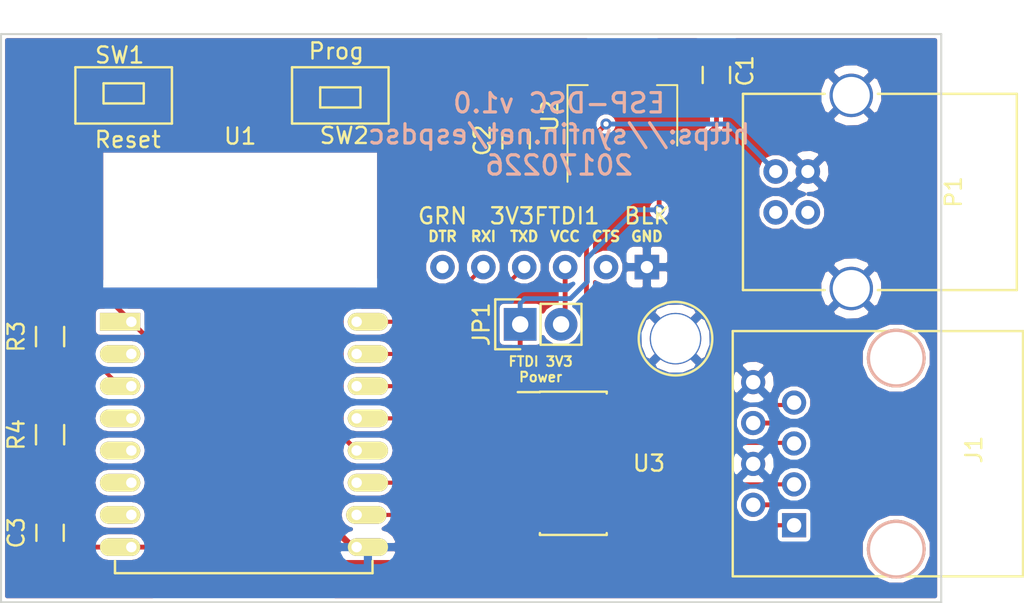
<source format=kicad_pcb>
(kicad_pcb (version 4) (host pcbnew 4.0.5)

  (general
    (links 43)
    (no_connects 0)
    (area 162.479 85.077 226.389001 122.745501)
    (thickness 1.6)
    (drawings 6)
    (tracks 131)
    (zones 0)
    (modules 15)
    (nets 18)
  )

  (page USLetter)
  (title_block
    (title ESP-DSC)
    (date 2017-02-26)
    (rev v1.0)
    (company "Aaron Turner <synfinatic@gmail.com>")
    (comment 1 https://synfin.net/espdsc)
    (comment 2 "ESP-12E/F Digital Setting Circles")
    (comment 3 "Low cost WiFi enabled Digital Setting Circles")
  )

  (layers
    (0 F.Cu signal)
    (31 B.Cu signal)
    (32 B.Adhes user)
    (33 F.Adhes user)
    (34 B.Paste user)
    (35 F.Paste user)
    (36 B.SilkS user)
    (37 F.SilkS user)
    (38 B.Mask user)
    (39 F.Mask user)
    (40 Dwgs.User user)
    (41 Cmts.User user)
    (42 Eco1.User user)
    (43 Eco2.User user)
    (44 Edge.Cuts user)
    (45 Margin user)
    (46 B.CrtYd user)
    (47 F.CrtYd user)
    (48 B.Fab user)
    (49 F.Fab user)
  )

  (setup
    (last_trace_width 0.254)
    (user_trace_width 0.1524)
    (user_trace_width 0.2)
    (user_trace_width 0.25)
    (user_trace_width 0.3)
    (user_trace_width 0.4)
    (user_trace_width 0.5)
    (user_trace_width 0.6)
    (user_trace_width 0.8)
    (trace_clearance 0.254)
    (zone_clearance 0.1524)
    (zone_45_only yes)
    (trace_min 0.1524)
    (segment_width 0.127)
    (edge_width 0.127)
    (via_size 0.6858)
    (via_drill 0.3302)
    (via_min_size 0.6858)
    (via_min_drill 0.3302)
    (uvia_size 0.508)
    (uvia_drill 0.127)
    (uvias_allowed no)
    (uvia_min_size 0.508)
    (uvia_min_drill 0.127)
    (pcb_text_width 0.127)
    (pcb_text_size 0.6 0.6)
    (mod_edge_width 0.127)
    (mod_text_size 0.6 0.6)
    (mod_text_width 0.127)
    (pad_size 3.2 3.2)
    (pad_drill 3.048)
    (pad_to_mask_clearance 0.05)
    (pad_to_paste_clearance -0.04)
    (aux_axis_origin 0 0)
    (grid_origin 162.56 122.682)
    (visible_elements FFFFEF7F)
    (pcbplotparams
      (layerselection 0x3ffff_80000001)
      (usegerberextensions true)
      (usegerberattributes true)
      (excludeedgelayer true)
      (linewidth 0.127000)
      (plotframeref false)
      (viasonmask false)
      (mode 1)
      (useauxorigin false)
      (hpglpennumber 1)
      (hpglpenspeed 20)
      (hpglpendiameter 15)
      (hpglpenoverlay 2)
      (psnegative false)
      (psa4output false)
      (plotreference true)
      (plotvalue true)
      (plotinvisibletext false)
      (padsonsilk false)
      (subtractmaskfromsilk false)
      (outputformat 1)
      (mirror false)
      (drillshape 0)
      (scaleselection 1)
      (outputdirectory CAM/))
  )

  (net 0 "")
  (net 1 +3V3)
  (net 2 GND)
  (net 3 +5V)
  (net 4 TXD)
  (net 5 RXD)
  (net 6 "Net-(SW2-Pad1)")
  (net 7 "Net-(J1-Pad1)")
  (net 8 "Net-(J1-Pad3)")
  (net 9 "Net-(J1-Pad5)")
  (net 10 "Net-(J1-Pad7)")
  (net 11 "Net-(U1-Pad10)")
  (net 12 "Net-(U1-Pad11)")
  (net 13 "Net-(U1-Pad13)")
  (net 14 "Net-(U1-Pad14)")
  (net 15 "Net-(R3-Pad2)")
  (net 16 "Net-(R4-Pad2)")
  (net 17 "Net-(3V3FTDI1-Pad4)")

  (net_class Default "Dit is de standaard class."
    (clearance 0.254)
    (trace_width 0.254)
    (via_dia 0.6858)
    (via_drill 0.3302)
    (uvia_dia 0.508)
    (uvia_drill 0.127)
    (add_net +3V3)
    (add_net +5V)
    (add_net GND)
    (add_net "Net-(3V3FTDI1-Pad4)")
    (add_net "Net-(J1-Pad1)")
    (add_net "Net-(J1-Pad3)")
    (add_net "Net-(J1-Pad5)")
    (add_net "Net-(J1-Pad7)")
    (add_net "Net-(R3-Pad2)")
    (add_net "Net-(R4-Pad2)")
    (add_net "Net-(SW2-Pad1)")
    (add_net "Net-(U1-Pad10)")
    (add_net "Net-(U1-Pad11)")
    (add_net "Net-(U1-Pad13)")
    (add_net "Net-(U1-Pad14)")
    (add_net RXD)
    (add_net TXD)
  )

  (net_class 0.2mm ""
    (clearance 0.2)
    (trace_width 0.2)
    (via_dia 0.6858)
    (via_drill 0.3302)
    (uvia_dia 0.508)
    (uvia_drill 0.127)
  )

  (net_class Minimal ""
    (clearance 0.1524)
    (trace_width 0.1524)
    (via_dia 0.6858)
    (via_drill 0.3302)
    (uvia_dia 0.508)
    (uvia_drill 0.127)
  )

  (module Capacitors_SMD:C_0805_HandSoldering (layer F.Cu) (tedit 541A9B8D) (tstamp 58B3334D)
    (at 207.01 89.916 90)
    (descr "Capacitor SMD 0805, hand soldering")
    (tags "capacitor 0805")
    (path /58B28E6D)
    (attr smd)
    (fp_text reference C1 (at 0.254 1.778 90) (layer F.SilkS)
      (effects (font (size 1 1) (thickness 0.15)))
    )
    (fp_text value 1uf (at 0.254 3.048 90) (layer F.Fab)
      (effects (font (size 1 1) (thickness 0.15)))
    )
    (fp_line (start -1 0.625) (end -1 -0.625) (layer F.Fab) (width 0.15))
    (fp_line (start 1 0.625) (end -1 0.625) (layer F.Fab) (width 0.15))
    (fp_line (start 1 -0.625) (end 1 0.625) (layer F.Fab) (width 0.15))
    (fp_line (start -1 -0.625) (end 1 -0.625) (layer F.Fab) (width 0.15))
    (fp_line (start -2.3 -1) (end 2.3 -1) (layer F.CrtYd) (width 0.05))
    (fp_line (start -2.3 1) (end 2.3 1) (layer F.CrtYd) (width 0.05))
    (fp_line (start -2.3 -1) (end -2.3 1) (layer F.CrtYd) (width 0.05))
    (fp_line (start 2.3 -1) (end 2.3 1) (layer F.CrtYd) (width 0.05))
    (fp_line (start 0.5 -0.85) (end -0.5 -0.85) (layer F.SilkS) (width 0.15))
    (fp_line (start -0.5 0.85) (end 0.5 0.85) (layer F.SilkS) (width 0.15))
    (pad 1 smd rect (at -1.25 0 90) (size 1.5 1.25) (layers F.Cu F.Paste F.Mask)
      (net 1 +3V3))
    (pad 2 smd rect (at 1.25 0 90) (size 1.5 1.25) (layers F.Cu F.Paste F.Mask)
      (net 2 GND))
    (model Capacitors_SMD.3dshapes/C_0805_HandSoldering.wrl
      (at (xyz 0 0 0))
      (scale (xyz 1 1 1))
      (rotate (xyz 0 0 0))
    )
  )

  (module Capacitors_SMD:C_0805_HandSoldering (layer F.Cu) (tedit 541A9B8D) (tstamp 58B33353)
    (at 194.564 93.98 90)
    (descr "Capacitor SMD 0805, hand soldering")
    (tags "capacitor 0805")
    (path /58B2916C)
    (attr smd)
    (fp_text reference C2 (at 0 -2.1 90) (layer F.SilkS)
      (effects (font (size 1 1) (thickness 0.15)))
    )
    (fp_text value 4.7uF (at -2.032 -3.302 180) (layer F.Fab)
      (effects (font (size 1 1) (thickness 0.15)))
    )
    (fp_line (start -1 0.625) (end -1 -0.625) (layer F.Fab) (width 0.15))
    (fp_line (start 1 0.625) (end -1 0.625) (layer F.Fab) (width 0.15))
    (fp_line (start 1 -0.625) (end 1 0.625) (layer F.Fab) (width 0.15))
    (fp_line (start -1 -0.625) (end 1 -0.625) (layer F.Fab) (width 0.15))
    (fp_line (start -2.3 -1) (end 2.3 -1) (layer F.CrtYd) (width 0.05))
    (fp_line (start -2.3 1) (end 2.3 1) (layer F.CrtYd) (width 0.05))
    (fp_line (start -2.3 -1) (end -2.3 1) (layer F.CrtYd) (width 0.05))
    (fp_line (start 2.3 -1) (end 2.3 1) (layer F.CrtYd) (width 0.05))
    (fp_line (start 0.5 -0.85) (end -0.5 -0.85) (layer F.SilkS) (width 0.15))
    (fp_line (start -0.5 0.85) (end 0.5 0.85) (layer F.SilkS) (width 0.15))
    (pad 1 smd rect (at -1.25 0 90) (size 1.5 1.25) (layers F.Cu F.Paste F.Mask)
      (net 3 +5V))
    (pad 2 smd rect (at 1.25 0 90) (size 1.5 1.25) (layers F.Cu F.Paste F.Mask)
      (net 2 GND))
    (model Capacitors_SMD.3dshapes/C_0805_HandSoldering.wrl
      (at (xyz 0 0 0))
      (scale (xyz 1 1 1))
      (rotate (xyz 0 0 0))
    )
  )

  (module Capacitors_SMD:C_0805_HandSoldering (layer F.Cu) (tedit 541A9B8D) (tstamp 58B33359)
    (at 165.608 118.364 90)
    (descr "Capacitor SMD 0805, hand soldering")
    (tags "capacitor 0805")
    (path /58B291B3)
    (attr smd)
    (fp_text reference C3 (at 0 -2.1 90) (layer F.SilkS)
      (effects (font (size 1 1) (thickness 0.15)))
    )
    (fp_text value 1uF (at 0 2.1 90) (layer F.Fab)
      (effects (font (size 1 1) (thickness 0.15)))
    )
    (fp_line (start -1 0.625) (end -1 -0.625) (layer F.Fab) (width 0.15))
    (fp_line (start 1 0.625) (end -1 0.625) (layer F.Fab) (width 0.15))
    (fp_line (start 1 -0.625) (end 1 0.625) (layer F.Fab) (width 0.15))
    (fp_line (start -1 -0.625) (end 1 -0.625) (layer F.Fab) (width 0.15))
    (fp_line (start -2.3 -1) (end 2.3 -1) (layer F.CrtYd) (width 0.05))
    (fp_line (start -2.3 1) (end 2.3 1) (layer F.CrtYd) (width 0.05))
    (fp_line (start -2.3 -1) (end -2.3 1) (layer F.CrtYd) (width 0.05))
    (fp_line (start 2.3 -1) (end 2.3 1) (layer F.CrtYd) (width 0.05))
    (fp_line (start 0.5 -0.85) (end -0.5 -0.85) (layer F.SilkS) (width 0.15))
    (fp_line (start -0.5 0.85) (end 0.5 0.85) (layer F.SilkS) (width 0.15))
    (pad 1 smd rect (at -1.25 0 90) (size 1.5 1.25) (layers F.Cu F.Paste F.Mask)
      (net 1 +3V3))
    (pad 2 smd rect (at 1.25 0 90) (size 1.5 1.25) (layers F.Cu F.Paste F.Mask)
      (net 2 GND))
    (model Capacitors_SMD.3dshapes/C_0805_HandSoldering.wrl
      (at (xyz 0 0 0))
      (scale (xyz 1 1 1))
      (rotate (xyz 0 0 0))
    )
  )

  (module Connectors:RJ45_8 (layer F.Cu) (tedit 0) (tstamp 58B33371)
    (at 218.186 113.4491 90)
    (tags RJ45)
    (path /58B24528)
    (fp_text reference J1 (at 0.254 4.826 90) (layer F.SilkS)
      (effects (font (size 1 1) (thickness 0.15)))
    )
    (fp_text value RJ45 (at 0.14224 -0.1016 90) (layer F.Fab)
      (effects (font (size 1 1) (thickness 0.15)))
    )
    (fp_line (start -7.62 7.874) (end 7.62 7.874) (layer F.SilkS) (width 0.15))
    (fp_line (start 7.62 7.874) (end 7.62 -10.16) (layer F.SilkS) (width 0.15))
    (fp_line (start 7.62 -10.16) (end -7.62 -10.16) (layer F.SilkS) (width 0.15))
    (fp_line (start -7.62 -10.16) (end -7.62 7.874) (layer F.SilkS) (width 0.15))
    (pad Hole np_thru_hole circle (at 5.93852 0 90) (size 3.64998 3.64998) (drill 3.2512) (layers *.Cu *.SilkS *.Mask))
    (pad Hole np_thru_hole circle (at -5.9309 0 90) (size 3.64998 3.64998) (drill 3.2512) (layers *.Cu *.SilkS *.Mask))
    (pad 1 thru_hole rect (at -4.445 -6.35 90) (size 1.50114 1.50114) (drill 0.89916) (layers *.Cu *.Mask)
      (net 7 "Net-(J1-Pad1)"))
    (pad 2 thru_hole circle (at -3.175 -8.89 90) (size 1.50114 1.50114) (drill 0.89916) (layers *.Cu *.Mask)
      (net 3 +5V))
    (pad 3 thru_hole circle (at -1.905 -6.35 90) (size 1.50114 1.50114) (drill 0.89916) (layers *.Cu *.Mask)
      (net 8 "Net-(J1-Pad3)"))
    (pad 4 thru_hole circle (at -0.635 -8.89 90) (size 1.50114 1.50114) (drill 0.89916) (layers *.Cu *.Mask)
      (net 2 GND))
    (pad 5 thru_hole circle (at 0.635 -6.35 90) (size 1.50114 1.50114) (drill 0.89916) (layers *.Cu *.Mask)
      (net 9 "Net-(J1-Pad5)"))
    (pad 6 thru_hole circle (at 1.905 -8.89 90) (size 1.50114 1.50114) (drill 0.89916) (layers *.Cu *.Mask)
      (net 3 +5V))
    (pad 7 thru_hole circle (at 3.175 -6.35 90) (size 1.50114 1.50114) (drill 0.89916) (layers *.Cu *.Mask)
      (net 10 "Net-(J1-Pad7)"))
    (pad 8 thru_hole circle (at 4.445 -8.89 90) (size 1.50114 1.50114) (drill 0.89916) (layers *.Cu *.Mask)
      (net 2 GND))
    (model Connect.3dshapes/RJ45_8.wrl
      (at (xyz 0 0 0))
      (scale (xyz 0.4 0.4 0.4))
      (rotate (xyz 0 0 0))
    )
  )

  (module Connectors:USB_B (layer F.Cu) (tedit 55B36073) (tstamp 58B3337B)
    (at 210.693 95.91548)
    (descr "USB B connector")
    (tags "USB_B USB_DEV")
    (path /58B246C1)
    (fp_text reference P1 (at 11.049 1.27 90) (layer F.SilkS)
      (effects (font (size 1 1) (thickness 0.15)))
    )
    (fp_text value USB_B (at 4.699 1.27 90) (layer F.Fab)
      (effects (font (size 1 1) (thickness 0.15)))
    )
    (fp_line (start 15.25 8.9) (end -2.3 8.9) (layer F.CrtYd) (width 0.05))
    (fp_line (start -2.3 8.9) (end -2.3 -6.35) (layer F.CrtYd) (width 0.05))
    (fp_line (start -2.3 -6.35) (end 15.25 -6.35) (layer F.CrtYd) (width 0.05))
    (fp_line (start 15.25 -6.35) (end 15.25 8.9) (layer F.CrtYd) (width 0.05))
    (fp_line (start 6.35 7.366) (end 14.986 7.366) (layer F.SilkS) (width 0.15))
    (fp_line (start -2.032 7.366) (end 3.048 7.366) (layer F.SilkS) (width 0.15))
    (fp_line (start 6.35 -4.826) (end 14.986 -4.826) (layer F.SilkS) (width 0.15))
    (fp_line (start -2.032 -4.826) (end 3.048 -4.826) (layer F.SilkS) (width 0.15))
    (fp_line (start 14.986 -4.826) (end 14.986 7.366) (layer F.SilkS) (width 0.15))
    (fp_line (start -2.032 7.366) (end -2.032 -4.826) (layer F.SilkS) (width 0.15))
    (pad 2 thru_hole circle (at 0 2.54 270) (size 1.524 1.524) (drill 0.8128) (layers *.Cu *.Mask))
    (pad 1 thru_hole circle (at 0 0 270) (size 1.524 1.524) (drill 0.8128) (layers *.Cu *.Mask)
      (net 3 +5V))
    (pad 4 thru_hole circle (at 1.99898 0 270) (size 1.524 1.524) (drill 0.8128) (layers *.Cu *.Mask)
      (net 2 GND))
    (pad 3 thru_hole circle (at 1.99898 2.54 270) (size 1.524 1.524) (drill 0.8128) (layers *.Cu *.Mask))
    (pad 5 thru_hole circle (at 4.699 7.26948 270) (size 2.70002 2.70002) (drill 2.30124) (layers *.Cu *.Mask)
      (net 2 GND))
    (pad 5 thru_hole circle (at 4.699 -4.72948 270) (size 2.70002 2.70002) (drill 2.30124) (layers *.Cu *.Mask)
      (net 2 GND))
    (model Connect.3dshapes/USB_B.wrl
      (at (xyz 0.185 -0.05 0.001))
      (scale (xyz 0.3937 0.3937 0.3937))
      (rotate (xyz 0 0 -90))
    )
  )

  (module Resistors_SMD:R_0805_HandSoldering (layer F.Cu) (tedit 58307B90) (tstamp 58B33381)
    (at 165.608 106.172 90)
    (descr "Resistor SMD 0805, hand soldering")
    (tags "resistor 0805")
    (path /58B268FA)
    (attr smd)
    (fp_text reference R3 (at 0 -2.1 90) (layer F.SilkS)
      (effects (font (size 1 1) (thickness 0.15)))
    )
    (fp_text value 1k (at 0 2.1 90) (layer F.Fab)
      (effects (font (size 1 1) (thickness 0.15)))
    )
    (fp_line (start -1 0.625) (end -1 -0.625) (layer F.Fab) (width 0.1))
    (fp_line (start 1 0.625) (end -1 0.625) (layer F.Fab) (width 0.1))
    (fp_line (start 1 -0.625) (end 1 0.625) (layer F.Fab) (width 0.1))
    (fp_line (start -1 -0.625) (end 1 -0.625) (layer F.Fab) (width 0.1))
    (fp_line (start -2.4 -1) (end 2.4 -1) (layer F.CrtYd) (width 0.05))
    (fp_line (start -2.4 1) (end 2.4 1) (layer F.CrtYd) (width 0.05))
    (fp_line (start -2.4 -1) (end -2.4 1) (layer F.CrtYd) (width 0.05))
    (fp_line (start 2.4 -1) (end 2.4 1) (layer F.CrtYd) (width 0.05))
    (fp_line (start 0.6 0.875) (end -0.6 0.875) (layer F.SilkS) (width 0.15))
    (fp_line (start -0.6 -0.875) (end 0.6 -0.875) (layer F.SilkS) (width 0.15))
    (pad 1 smd rect (at -1.35 0 90) (size 1.5 1.3) (layers F.Cu F.Paste F.Mask)
      (net 1 +3V3))
    (pad 2 smd rect (at 1.35 0 90) (size 1.5 1.3) (layers F.Cu F.Paste F.Mask)
      (net 15 "Net-(R3-Pad2)"))
    (model Resistors_SMD.3dshapes/R_0805_HandSoldering.wrl
      (at (xyz 0 0 0))
      (scale (xyz 1 1 1))
      (rotate (xyz 0 0 0))
    )
  )

  (module Resistors_SMD:R_0805_HandSoldering (layer F.Cu) (tedit 58307B90) (tstamp 58B33387)
    (at 165.608 112.268 90)
    (descr "Resistor SMD 0805, hand soldering")
    (tags "resistor 0805")
    (path /58B26888)
    (attr smd)
    (fp_text reference R4 (at 0 -2.1 90) (layer F.SilkS)
      (effects (font (size 1 1) (thickness 0.15)))
    )
    (fp_text value 1k (at 0 2.1 90) (layer F.Fab)
      (effects (font (size 1 1) (thickness 0.15)))
    )
    (fp_line (start -1 0.625) (end -1 -0.625) (layer F.Fab) (width 0.1))
    (fp_line (start 1 0.625) (end -1 0.625) (layer F.Fab) (width 0.1))
    (fp_line (start 1 -0.625) (end 1 0.625) (layer F.Fab) (width 0.1))
    (fp_line (start -1 -0.625) (end 1 -0.625) (layer F.Fab) (width 0.1))
    (fp_line (start -2.4 -1) (end 2.4 -1) (layer F.CrtYd) (width 0.05))
    (fp_line (start -2.4 1) (end 2.4 1) (layer F.CrtYd) (width 0.05))
    (fp_line (start -2.4 -1) (end -2.4 1) (layer F.CrtYd) (width 0.05))
    (fp_line (start 2.4 -1) (end 2.4 1) (layer F.CrtYd) (width 0.05))
    (fp_line (start 0.6 0.875) (end -0.6 0.875) (layer F.SilkS) (width 0.15))
    (fp_line (start -0.6 -0.875) (end 0.6 -0.875) (layer F.SilkS) (width 0.15))
    (pad 1 smd rect (at -1.35 0 90) (size 1.5 1.3) (layers F.Cu F.Paste F.Mask)
      (net 1 +3V3))
    (pad 2 smd rect (at 1.35 0 90) (size 1.5 1.3) (layers F.Cu F.Paste F.Mask)
      (net 16 "Net-(R4-Pad2)"))
    (model Resistors_SMD.3dshapes/R_0805_HandSoldering.wrl
      (at (xyz 0 0 0))
      (scale (xyz 1 1 1))
      (rotate (xyz 0 0 0))
    )
  )

  (module synfinatic:SPST-SMD-6x3.5 (layer F.Cu) (tedit 58B354C9) (tstamp 58B3338D)
    (at 170.18 91.186 90)
    (descr https://www.amazon.com/gp/product/B00E6QJUGY/ref=oh_aui_search_detailpage?ie=UTF8&psc=1)
    (tags uxcell)
    (path /58B26560)
    (fp_text reference SW1 (at 2.5 -0.25 180) (layer F.SilkS)
      (effects (font (size 1 1) (thickness 0.15)))
    )
    (fp_text value Reset (at -2.75 0.25 180) (layer F.SilkS)
      (effects (font (size 1 1) (thickness 0.15)))
    )
    (fp_line (start -0.5 1.25) (end -0.5 -1.25) (layer F.SilkS) (width 0.15))
    (fp_line (start 0.75 1.25) (end -0.5 1.25) (layer F.SilkS) (width 0.15))
    (fp_line (start 0.75 -1.25) (end 0.75 1.25) (layer F.SilkS) (width 0.15))
    (fp_line (start -0.5 -1.25) (end 0.75 -1.25) (layer F.SilkS) (width 0.15))
    (fp_line (start -1.75 -3) (end -1.75 3) (layer F.SilkS) (width 0.15))
    (fp_line (start 1.75 -3) (end -1.75 -3) (layer F.SilkS) (width 0.15))
    (fp_line (start 1.75 3) (end 1.75 -3) (layer F.SilkS) (width 0.15))
    (fp_line (start -1.75 3) (end 1.75 3) (layer F.SilkS) (width 0.15))
    (pad 1 smd rect (at 0 -4 90) (size 2 2) (layers F.Cu F.Paste F.Mask)
      (net 16 "Net-(R4-Pad2)"))
    (pad 2 smd rect (at 0 4 90) (size 2 2) (layers F.Cu F.Paste F.Mask)
      (net 2 GND))
  )

  (module synfinatic:SPST-SMD-6x3.5 (layer F.Cu) (tedit 58B354C2) (tstamp 58B33393)
    (at 183.642 91.186 270)
    (descr https://www.amazon.com/gp/product/B00E6QJUGY/ref=oh_aui_search_detailpage?ie=UTF8&psc=1)
    (tags uxcell)
    (path /58B263DA)
    (fp_text reference SW2 (at 2.5 -0.25 360) (layer F.SilkS)
      (effects (font (size 1 1) (thickness 0.15)))
    )
    (fp_text value Prog (at -2.75 0.25 360) (layer F.SilkS)
      (effects (font (size 1 1) (thickness 0.15)))
    )
    (fp_line (start -0.5 1.25) (end -0.5 -1.25) (layer F.SilkS) (width 0.15))
    (fp_line (start 0.75 1.25) (end -0.5 1.25) (layer F.SilkS) (width 0.15))
    (fp_line (start 0.75 -1.25) (end 0.75 1.25) (layer F.SilkS) (width 0.15))
    (fp_line (start -0.5 -1.25) (end 0.75 -1.25) (layer F.SilkS) (width 0.15))
    (fp_line (start -1.75 -3) (end -1.75 3) (layer F.SilkS) (width 0.15))
    (fp_line (start 1.75 -3) (end -1.75 -3) (layer F.SilkS) (width 0.15))
    (fp_line (start 1.75 3) (end 1.75 -3) (layer F.SilkS) (width 0.15))
    (fp_line (start -1.75 3) (end 1.75 3) (layer F.SilkS) (width 0.15))
    (pad 1 smd rect (at 0 -4 270) (size 2 2) (layers F.Cu F.Paste F.Mask)
      (net 6 "Net-(SW2-Pad1)"))
    (pad 2 smd rect (at 0 4 270) (size 2 2) (layers F.Cu F.Paste F.Mask)
      (net 2 GND))
  )

  (module ESP8266:ESP-12E (layer F.Cu) (tedit 559F8D21) (tstamp 58B333AD)
    (at 170.658 105.252)
    (descr "Module, ESP-8266, ESP-12, 16 pad, SMD")
    (tags "Module ESP-8266 ESP8266")
    (path /58B244F4)
    (fp_text reference U1 (at 6.761 -11.526) (layer F.SilkS)
      (effects (font (size 1 1) (thickness 0.15)))
    )
    (fp_text value ESP-12E (at 8 1) (layer F.Fab)
      (effects (font (size 1 1) (thickness 0.15)))
    )
    (fp_line (start -2.25 -0.5) (end -2.25 -8.75) (layer F.CrtYd) (width 0.05))
    (fp_line (start -2.25 -8.75) (end 15.25 -8.75) (layer F.CrtYd) (width 0.05))
    (fp_line (start 15.25 -8.75) (end 16.25 -8.75) (layer F.CrtYd) (width 0.05))
    (fp_line (start 16.25 -8.75) (end 16.25 16) (layer F.CrtYd) (width 0.05))
    (fp_line (start 16.25 16) (end -2.25 16) (layer F.CrtYd) (width 0.05))
    (fp_line (start -2.25 16) (end -2.25 -0.5) (layer F.CrtYd) (width 0.05))
    (fp_line (start -1.016 -8.382) (end 14.986 -8.382) (layer F.CrtYd) (width 0.1524))
    (fp_line (start 14.986 -8.382) (end 14.986 -0.889) (layer F.CrtYd) (width 0.1524))
    (fp_line (start -1.016 -8.382) (end -1.016 -1.016) (layer F.CrtYd) (width 0.1524))
    (fp_line (start -1.016 14.859) (end -1.016 15.621) (layer F.SilkS) (width 0.1524))
    (fp_line (start -1.016 15.621) (end 14.986 15.621) (layer F.SilkS) (width 0.1524))
    (fp_line (start 14.986 15.621) (end 14.986 14.859) (layer F.SilkS) (width 0.1524))
    (fp_line (start 14.992 -8.4) (end -1.008 -2.6) (layer F.CrtYd) (width 0.1524))
    (fp_line (start -1.008 -8.4) (end 14.992 -2.6) (layer F.CrtYd) (width 0.1524))
    (fp_text user "No Copper" (at 6.892 -5.4) (layer F.CrtYd)
      (effects (font (size 1 1) (thickness 0.15)))
    )
    (fp_line (start -1.008 -2.6) (end 14.992 -2.6) (layer F.CrtYd) (width 0.1524))
    (fp_line (start 15 -8.4) (end 15 15.6) (layer F.Fab) (width 0.05))
    (fp_line (start 14.992 15.6) (end -1.008 15.6) (layer F.Fab) (width 0.05))
    (fp_line (start -1.008 15.6) (end -1.008 -8.4) (layer F.Fab) (width 0.05))
    (fp_line (start -1.008 -8.4) (end 14.992 -8.4) (layer F.Fab) (width 0.05))
    (pad 1 thru_hole rect (at 0 0) (size 2.5 1.1) (drill 0.65 (offset -0.7 0)) (layers *.Cu *.Mask F.SilkS)
      (net 16 "Net-(R4-Pad2)"))
    (pad 2 thru_hole oval (at 0 2) (size 2.5 1.1) (drill 0.65 (offset -0.7 0)) (layers *.Cu *.Mask F.SilkS))
    (pad 3 thru_hole oval (at 0 4) (size 2.5 1.1) (drill 0.65 (offset -0.7 0)) (layers *.Cu *.Mask F.SilkS)
      (net 15 "Net-(R3-Pad2)"))
    (pad 4 thru_hole oval (at 0 6) (size 2.5 1.1) (drill 0.65 (offset -0.7 0)) (layers *.Cu *.Mask F.SilkS))
    (pad 5 thru_hole oval (at 0 8) (size 2.5 1.1) (drill 0.65 (offset -0.7 0)) (layers *.Cu *.Mask F.SilkS))
    (pad 6 thru_hole oval (at 0 10) (size 2.5 1.1) (drill 0.65 (offset -0.7 0)) (layers *.Cu *.Mask F.SilkS))
    (pad 7 thru_hole oval (at 0 12) (size 2.5 1.1) (drill 0.65 (offset -0.7 0)) (layers *.Cu *.Mask F.SilkS))
    (pad 8 thru_hole oval (at 0 14) (size 2.5 1.1) (drill 0.65 (offset -0.7 0)) (layers *.Cu *.Mask F.SilkS)
      (net 1 +3V3))
    (pad 9 thru_hole oval (at 14 14) (size 2.5 1.1) (drill 0.65 (offset 0.7 0)) (layers *.Cu *.Mask F.SilkS)
      (net 2 GND))
    (pad 10 thru_hole oval (at 14 12) (size 2.5 1.1) (drill 0.65 (offset 0.6 0)) (layers *.Cu *.Mask F.SilkS)
      (net 11 "Net-(U1-Pad10)"))
    (pad 11 thru_hole oval (at 14 10) (size 2.5 1.1) (drill 0.65 (offset 0.7 0)) (layers *.Cu *.Mask F.SilkS)
      (net 12 "Net-(U1-Pad11)"))
    (pad 12 thru_hole oval (at 14 8) (size 2.5 1.1) (drill 0.65 (offset 0.7 0)) (layers *.Cu *.Mask F.SilkS)
      (net 6 "Net-(SW2-Pad1)"))
    (pad 13 thru_hole oval (at 14 6) (size 2.5 1.1) (drill 0.65 (offset 0.7 0)) (layers *.Cu *.Mask F.SilkS)
      (net 13 "Net-(U1-Pad13)"))
    (pad 14 thru_hole oval (at 14 4) (size 2.5 1.1) (drill 0.65 (offset 0.7 0)) (layers *.Cu *.Mask F.SilkS)
      (net 14 "Net-(U1-Pad14)"))
    (pad 15 thru_hole oval (at 14 2) (size 2.5 1.1) (drill 0.65 (offset 0.7 0)) (layers *.Cu *.Mask F.SilkS)
      (net 5 RXD))
    (pad 16 thru_hole oval (at 14 0) (size 2.5 1.1) (drill 0.65 (offset 0.7 0)) (layers *.Cu *.Mask F.SilkS)
      (net 4 TXD))
    (pad 17 smd oval (at 1.99 15.75 90) (size 2.4 1.1) (layers F.Cu F.Paste F.Mask))
    (pad 18 smd oval (at 3.99 15.75 90) (size 2.4 1.1) (layers F.Cu F.Paste F.Mask))
    (pad 19 smd oval (at 5.99 15.75 90) (size 2.4 1.1) (layers F.Cu F.Paste F.Mask))
    (pad 20 smd oval (at 7.99 15.75 90) (size 2.4 1.1) (layers F.Cu F.Paste F.Mask))
    (pad 21 smd oval (at 9.99 15.75 90) (size 2.4 1.1) (layers F.Cu F.Paste F.Mask))
    (pad 22 smd oval (at 11.99 15.75 90) (size 2.4 1.1) (layers F.Cu F.Paste F.Mask))
    (model ${ESPLIB}/ESP8266.3dshapes/ESP-12.wrl
      (at (xyz 0 0 0))
      (scale (xyz 0.3937 0.3937 0.3937))
      (rotate (xyz 0 0 0))
    )
  )

  (module TO_SOT_Packages_SMD:SOT-223 (layer F.Cu) (tedit 583F3B4E) (tstamp 58B99DCE)
    (at 201.168 92.456 90)
    (descr "module CMS SOT223 4 pins")
    (tags "CMS SOT")
    (path /58B37854)
    (attr smd)
    (fp_text reference U2 (at 0 -4.5 90) (layer F.SilkS)
      (effects (font (size 1 1) (thickness 0.15)))
    )
    (fp_text value MCP1825S-3302E/DB (at 6.35 -0.254 180) (layer F.Fab)
      (effects (font (size 1 1) (thickness 0.15)))
    )
    (fp_line (start 1.91 3.41) (end 1.91 2.15) (layer F.SilkS) (width 0.12))
    (fp_line (start 1.91 -3.41) (end 1.91 -2.15) (layer F.SilkS) (width 0.12))
    (fp_line (start 4.4 -3.6) (end -4.4 -3.6) (layer F.CrtYd) (width 0.05))
    (fp_line (start 4.4 3.6) (end 4.4 -3.6) (layer F.CrtYd) (width 0.05))
    (fp_line (start -4.4 3.6) (end 4.4 3.6) (layer F.CrtYd) (width 0.05))
    (fp_line (start -4.4 -3.6) (end -4.4 3.6) (layer F.CrtYd) (width 0.05))
    (fp_line (start -1.85 -3.35) (end -1.85 3.35) (layer F.Fab) (width 0.15))
    (fp_line (start -1.85 3.41) (end 1.91 3.41) (layer F.SilkS) (width 0.12))
    (fp_line (start -1.85 -3.35) (end 1.85 -3.35) (layer F.Fab) (width 0.15))
    (fp_line (start -4.1 -3.41) (end 1.91 -3.41) (layer F.SilkS) (width 0.12))
    (fp_line (start -1.85 3.35) (end 1.85 3.35) (layer F.Fab) (width 0.15))
    (fp_line (start 1.85 -3.35) (end 1.85 3.35) (layer F.Fab) (width 0.15))
    (pad 4 smd rect (at 3.15 0 90) (size 2 3.8) (layers F.Cu F.Paste F.Mask)
      (net 2 GND))
    (pad 2 smd rect (at -3.15 0 90) (size 2 1.5) (layers F.Cu F.Paste F.Mask)
      (net 2 GND))
    (pad 3 smd rect (at -3.15 2.3 90) (size 2 1.5) (layers F.Cu F.Paste F.Mask)
      (net 1 +3V3))
    (pad 1 smd rect (at -3.15 -2.3 90) (size 2 1.5) (layers F.Cu F.Paste F.Mask)
      (net 3 +5V))
    (model TO_SOT_Packages_SMD.3dshapes/SOT-223.wrl
      (at (xyz 0 0 0))
      (scale (xyz 0.4 0.4 0.4))
      (rotate (xyz 0 0 90))
    )
  )

  (module Housings_SOIC:SOIC-14_3.9x8.7mm_Pitch1.27mm (layer F.Cu) (tedit 574D9791) (tstamp 58B99DCF)
    (at 198.12 114.046)
    (descr "14-Lead Plastic Small Outline (SL) - Narrow, 3.90 mm Body [SOIC] (see Microchip Packaging Specification 00000049BS.pdf)")
    (tags "SOIC 1.27")
    (path /58B26EA8)
    (attr smd)
    (fp_text reference U3 (at 4.699 0) (layer F.SilkS)
      (effects (font (size 1 1) (thickness 0.15)))
    )
    (fp_text value TXB0104 (at 0 5.375) (layer F.Fab)
      (effects (font (size 1 1) (thickness 0.15)))
    )
    (fp_line (start -0.95 -4.35) (end 1.95 -4.35) (layer F.Fab) (width 0.15))
    (fp_line (start 1.95 -4.35) (end 1.95 4.35) (layer F.Fab) (width 0.15))
    (fp_line (start 1.95 4.35) (end -1.95 4.35) (layer F.Fab) (width 0.15))
    (fp_line (start -1.95 4.35) (end -1.95 -3.35) (layer F.Fab) (width 0.15))
    (fp_line (start -1.95 -3.35) (end -0.95 -4.35) (layer F.Fab) (width 0.15))
    (fp_line (start -3.7 -4.65) (end -3.7 4.65) (layer F.CrtYd) (width 0.05))
    (fp_line (start 3.7 -4.65) (end 3.7 4.65) (layer F.CrtYd) (width 0.05))
    (fp_line (start -3.7 -4.65) (end 3.7 -4.65) (layer F.CrtYd) (width 0.05))
    (fp_line (start -3.7 4.65) (end 3.7 4.65) (layer F.CrtYd) (width 0.05))
    (fp_line (start -2.075 -4.45) (end -2.075 -4.425) (layer F.SilkS) (width 0.15))
    (fp_line (start 2.075 -4.45) (end 2.075 -4.335) (layer F.SilkS) (width 0.15))
    (fp_line (start 2.075 4.45) (end 2.075 4.335) (layer F.SilkS) (width 0.15))
    (fp_line (start -2.075 4.45) (end -2.075 4.335) (layer F.SilkS) (width 0.15))
    (fp_line (start -2.075 -4.45) (end 2.075 -4.45) (layer F.SilkS) (width 0.15))
    (fp_line (start -2.075 4.45) (end 2.075 4.45) (layer F.SilkS) (width 0.15))
    (fp_line (start -2.075 -4.425) (end -3.45 -4.425) (layer F.SilkS) (width 0.15))
    (pad 1 smd rect (at -2.7 -3.81) (size 1.5 0.6) (layers F.Cu F.Paste F.Mask)
      (net 1 +3V3))
    (pad 2 smd rect (at -2.7 -2.54) (size 1.5 0.6) (layers F.Cu F.Paste F.Mask)
      (net 14 "Net-(U1-Pad14)"))
    (pad 3 smd rect (at -2.7 -1.27) (size 1.5 0.6) (layers F.Cu F.Paste F.Mask)
      (net 13 "Net-(U1-Pad13)"))
    (pad 4 smd rect (at -2.7 0) (size 1.5 0.6) (layers F.Cu F.Paste F.Mask)
      (net 12 "Net-(U1-Pad11)"))
    (pad 5 smd rect (at -2.7 1.27) (size 1.5 0.6) (layers F.Cu F.Paste F.Mask)
      (net 11 "Net-(U1-Pad10)"))
    (pad 6 smd rect (at -2.7 2.54) (size 1.5 0.6) (layers F.Cu F.Paste F.Mask))
    (pad 7 smd rect (at -2.7 3.81) (size 1.5 0.6) (layers F.Cu F.Paste F.Mask)
      (net 2 GND))
    (pad 8 smd rect (at 2.7 3.81) (size 1.5 0.6) (layers F.Cu F.Paste F.Mask)
      (net 3 +5V))
    (pad 9 smd rect (at 2.7 2.54) (size 1.5 0.6) (layers F.Cu F.Paste F.Mask))
    (pad 10 smd rect (at 2.7 1.27) (size 1.5 0.6) (layers F.Cu F.Paste F.Mask)
      (net 7 "Net-(J1-Pad1)"))
    (pad 11 smd rect (at 2.7 0) (size 1.5 0.6) (layers F.Cu F.Paste F.Mask)
      (net 8 "Net-(J1-Pad3)"))
    (pad 12 smd rect (at 2.7 -1.27) (size 1.5 0.6) (layers F.Cu F.Paste F.Mask)
      (net 9 "Net-(J1-Pad5)"))
    (pad 13 smd rect (at 2.7 -2.54) (size 1.5 0.6) (layers F.Cu F.Paste F.Mask)
      (net 10 "Net-(J1-Pad7)"))
    (pad 14 smd rect (at 2.7 -3.81) (size 1.5 0.6) (layers F.Cu F.Paste F.Mask)
      (net 3 +5V))
    (model Housings_SOIC.3dshapes/SOIC-14_3.9x8.7mm_Pitch1.27mm.wrl
      (at (xyz 0 0 0))
      (scale (xyz 1 1 1))
      (rotate (xyz 0 0 0))
    )
  )

  (module synfinatic:FTDIHeader (layer F.Cu) (tedit 58BCDC11) (tstamp 58B9A24B)
    (at 196.342 101.854)
    (path /58B249EE)
    (fp_text reference 3V3FTDI1 (at 0 -3.175) (layer F.SilkS)
      (effects (font (size 1 1) (thickness 0.15)))
    )
    (fp_text value FTDI (at 0 -4.445) (layer F.Fab)
      (effects (font (size 1 1) (thickness 0.15)))
    )
    (fp_text user BLK (at 6.35 -3.175) (layer F.SilkS)
      (effects (font (size 1 1) (thickness 0.15)))
    )
    (fp_text user GND (at 6.35 -1.905) (layer F.SilkS)
      (effects (font (size 0.635 0.635) (thickness 0.15)))
    )
    (fp_text user CTS (at 3.81 -1.905) (layer F.SilkS)
      (effects (font (size 0.635 0.635) (thickness 0.15)))
    )
    (fp_text user VCC (at 1.27 -1.905) (layer F.SilkS)
      (effects (font (size 0.635 0.635) (thickness 0.15)))
    )
    (fp_text user TXD (at -1.27 -1.905) (layer F.SilkS)
      (effects (font (size 0.635 0.635) (thickness 0.15)))
    )
    (fp_text user RXI (at -3.81 -1.905) (layer F.SilkS)
      (effects (font (size 0.635 0.635) (thickness 0.15)))
    )
    (fp_text user DTR (at -6.35 -1.905) (layer F.SilkS)
      (effects (font (size 0.635 0.635) (thickness 0.15)))
    )
    (fp_text user GRN (at -6.35 -3.175) (layer F.SilkS)
      (effects (font (size 1 1) (thickness 0.15)))
    )
    (pad 1 thru_hole circle (at -6.35 0) (size 1.524 1.524) (drill 0.762) (layers *.Cu *.Mask))
    (pad 2 thru_hole circle (at -3.81 0) (size 1.524 1.524) (drill 0.762) (layers *.Cu *.Mask)
      (net 4 TXD))
    (pad 3 thru_hole circle (at -1.27 0) (size 1.524 1.524) (drill 0.762) (layers *.Cu *.Mask)
      (net 5 RXD))
    (pad 4 thru_hole circle (at 1.27 0) (size 1.524 1.524) (drill 0.762) (layers *.Cu *.Mask)
      (net 17 "Net-(3V3FTDI1-Pad4)"))
    (pad 5 thru_hole circle (at 3.81 0) (size 1.524 1.524) (drill 0.762) (layers *.Cu *.Mask))
    (pad 6 thru_hole rect (at 6.35 0) (size 1.524 1.524) (drill 0.762) (layers *.Cu *.Mask)
      (net 2 GND))
  )

  (module Pin_Headers:Pin_Header_Straight_1x02 (layer F.Cu) (tedit 54EA090C) (tstamp 58C31B88)
    (at 194.818 105.41 90)
    (descr "Through hole pin header")
    (tags "pin header")
    (path /58B380D3)
    (fp_text reference JP1 (at 0 -2.413 90) (layer F.SilkS)
      (effects (font (size 1 1) (thickness 0.15)))
    )
    (fp_text value Jumper_NO_Small (at 0 -3.1 90) (layer F.Fab)
      (effects (font (size 1 1) (thickness 0.15)))
    )
    (fp_line (start 1.27 1.27) (end 1.27 3.81) (layer F.SilkS) (width 0.15))
    (fp_line (start 1.55 -1.55) (end 1.55 0) (layer F.SilkS) (width 0.15))
    (fp_line (start -1.75 -1.75) (end -1.75 4.3) (layer F.CrtYd) (width 0.05))
    (fp_line (start 1.75 -1.75) (end 1.75 4.3) (layer F.CrtYd) (width 0.05))
    (fp_line (start -1.75 -1.75) (end 1.75 -1.75) (layer F.CrtYd) (width 0.05))
    (fp_line (start -1.75 4.3) (end 1.75 4.3) (layer F.CrtYd) (width 0.05))
    (fp_line (start 1.27 1.27) (end -1.27 1.27) (layer F.SilkS) (width 0.15))
    (fp_line (start -1.55 0) (end -1.55 -1.55) (layer F.SilkS) (width 0.15))
    (fp_line (start -1.55 -1.55) (end 1.55 -1.55) (layer F.SilkS) (width 0.15))
    (fp_line (start -1.27 1.27) (end -1.27 3.81) (layer F.SilkS) (width 0.15))
    (fp_line (start -1.27 3.81) (end 1.27 3.81) (layer F.SilkS) (width 0.15))
    (pad 1 thru_hole rect (at 0 0 90) (size 2.032 2.032) (drill 1.016) (layers *.Cu *.Mask)
      (net 1 +3V3))
    (pad 2 thru_hole oval (at 0 2.54 90) (size 2.032 2.032) (drill 1.016) (layers *.Cu *.Mask)
      (net 17 "Net-(3V3FTDI1-Pad4)"))
    (model Pin_Headers.3dshapes/Pin_Header_Straight_1x02.wrl
      (at (xyz 0 -0.05 0))
      (scale (xyz 1 1 1))
      (rotate (xyz 0 0 90))
    )
  )

  (module Connectors:1pin (layer F.Cu) (tedit 58B37388) (tstamp 58C96CE9)
    (at 204.47 106.299)
    (descr "module 1 pin (ou trou mecanique de percage)")
    (tags DEV)
    (fp_text reference "" (at 0 -3.048) (layer F.SilkS)
      (effects (font (size 1 1) (thickness 0.15)))
    )
    (fp_text value 1pin (at 0 2.794) (layer F.Fab)
      (effects (font (size 1 1) (thickness 0.15)))
    )
    (fp_circle (center 0 0) (end 0 -2.286) (layer F.SilkS) (width 0.15))
    (pad 1 thru_hole circle (at 0 0) (size 3.2 3.2) (drill 3.048) (layers *.Cu *.Mask)
      (net 2 GND))
  )

  (gr_text "FTDI 3V3\nPower" (at 196.088 108.204) (layer F.SilkS)
    (effects (font (size 0.6 0.6) (thickness 0.127)))
  )
  (gr_text "ESP-DSC v1.0\nhttps://synfin.net/espdsc\n20170226" (at 197.231 93.599) (layer B.SilkS)
    (effects (font (size 1.2 1.2) (thickness 0.2)) (justify mirror))
  )
  (gr_line (start 162.56 122.682) (end 162.56 87.376) (layer Edge.Cuts) (width 0.127))
  (gr_line (start 220.98 122.682) (end 162.56 122.682) (layer Edge.Cuts) (width 0.127))
  (gr_line (start 220.98 87.376) (end 220.98 122.682) (layer Edge.Cuts) (width 0.127))
  (gr_line (start 162.56 87.376) (end 220.98 87.376) (layer Edge.Cuts) (width 0.127))

  (segment (start 194.818 105.41) (end 194.818 104.094) (width 0.3) (layer B.Cu) (net 1))
  (segment (start 194.818 104.094) (end 195.097503 103.814497) (width 0.3) (layer B.Cu) (net 1))
  (segment (start 195.097503 103.814497) (end 197.937503 103.814497) (width 0.3) (layer B.Cu) (net 1))
  (segment (start 198.985999 101.294319) (end 201.982318 98.298) (width 0.3) (layer B.Cu) (net 1))
  (segment (start 197.937503 103.814497) (end 198.985999 102.766001) (width 0.3) (layer B.Cu) (net 1))
  (segment (start 198.985999 102.766001) (end 198.985999 101.294319) (width 0.3) (layer B.Cu) (net 1))
  (segment (start 201.982318 98.298) (end 203.454 98.298) (width 0.3) (layer B.Cu) (net 1))
  (segment (start 194.818 105.41) (end 194.818 109.634) (width 0.3) (layer F.Cu) (net 1))
  (segment (start 194.818 109.634) (end 195.42 110.236) (width 0.3) (layer F.Cu) (net 1))
  (segment (start 203.454 98.298) (end 203.454 95.62) (width 0.3) (layer F.Cu) (net 1))
  (segment (start 203.454 95.62) (end 203.468 95.606) (width 0.3) (layer F.Cu) (net 1))
  (via (at 203.454 98.298) (size 0.6858) (drill 0.3302) (layers F.Cu B.Cu) (net 1))
  (segment (start 207.01 90.658) (end 207.017331 90.665331) (width 0.3) (layer F.Cu) (net 1))
  (segment (start 207.017331 90.665331) (end 207.017331 93.060669) (width 0.3) (layer F.Cu) (net 1))
  (segment (start 207.017331 93.060669) (end 204.472 95.606) (width 0.3) (layer F.Cu) (net 1))
  (segment (start 204.472 95.606) (end 203.468 95.606) (width 0.3) (layer F.Cu) (net 1))
  (segment (start 165.608 107.522) (end 165.608 108.526) (width 0.3) (layer F.Cu) (net 1))
  (segment (start 165.608 108.526) (end 164.398816 109.735184) (width 0.3) (layer F.Cu) (net 1))
  (segment (start 164.398816 109.735184) (end 164.398816 112.308816) (width 0.3) (layer F.Cu) (net 1))
  (segment (start 164.398816 112.308816) (end 165.608 113.518) (width 0.3) (layer F.Cu) (net 1))
  (segment (start 165.608 113.518) (end 165.608 113.618) (width 0.3) (layer F.Cu) (net 1))
  (segment (start 165.608 113.618) (end 165.608 114.622) (width 0.3) (layer F.Cu) (net 1))
  (segment (start 165.608 114.622) (end 164.398816 115.831184) (width 0.3) (layer F.Cu) (net 1))
  (segment (start 164.398816 115.831184) (end 164.398816 118.279816) (width 0.3) (layer F.Cu) (net 1))
  (segment (start 164.398816 118.279816) (end 165.608 119.489) (width 0.3) (layer F.Cu) (net 1))
  (segment (start 165.608 119.489) (end 165.608 119.614) (width 0.3) (layer F.Cu) (net 1))
  (segment (start 195.42 110.236) (end 195.87 110.236) (width 0.3) (layer F.Cu) (net 1))
  (segment (start 195.87 110.236) (end 196.574001 110.940001) (width 0.3) (layer F.Cu) (net 1))
  (segment (start 196.574001 110.940001) (end 196.574001 118.479201) (width 0.3) (layer F.Cu) (net 1))
  (segment (start 196.574001 118.479201) (end 194.847192 120.20601) (width 0.3) (layer F.Cu) (net 1))
  (segment (start 194.847192 120.20601) (end 183.851183 120.20601) (width 0.3) (layer F.Cu) (net 1))
  (segment (start 183.851183 120.20601) (end 182.897173 119.252) (width 0.3) (layer F.Cu) (net 1))
  (segment (start 182.897173 119.252) (end 170.658 119.252) (width 0.3) (layer F.Cu) (net 1))
  (segment (start 195.326 110.142) (end 195.42 110.236) (width 0.3) (layer F.Cu) (net 1))
  (segment (start 165.608 119.614) (end 166.487 119.614) (width 0.3) (layer F.Cu) (net 1))
  (segment (start 166.849 119.252) (end 170.658 119.252) (width 0.3) (layer F.Cu) (net 1))
  (segment (start 166.487 119.614) (end 166.849 119.252) (width 0.3) (layer F.Cu) (net 1))
  (segment (start 195.42 117.856) (end 194.416 117.856) (width 0.254) (layer F.Cu) (net 2))
  (segment (start 194.416 117.856) (end 193.02 119.252) (width 0.254) (layer F.Cu) (net 2))
  (segment (start 193.02 119.252) (end 184.658 119.252) (width 0.254) (layer F.Cu) (net 2))
  (segment (start 184.403 119.252) (end 181.47199 116.32099) (width 0.4) (layer F.Cu) (net 2))
  (segment (start 181.47199 116.32099) (end 167.28001 116.32099) (width 0.254) (layer F.Cu) (net 2))
  (segment (start 167.28001 116.32099) (end 166.487 117.114) (width 0.254) (layer F.Cu) (net 2))
  (segment (start 166.487 117.114) (end 165.608 117.114) (width 0.254) (layer F.Cu) (net 2))
  (segment (start 184.658 119.252) (end 184.403 119.252) (width 0.254) (layer F.Cu) (net 2))
  (segment (start 198.868 95.606) (end 198.937648 95.675648) (width 0.3) (layer F.Cu) (net 3))
  (segment (start 198.937648 95.675648) (end 198.937648 104.634046) (width 0.3) (layer F.Cu) (net 3))
  (segment (start 198.937648 104.634046) (end 199.032001 104.728399) (width 0.3) (layer F.Cu) (net 3))
  (segment (start 199.032001 104.728399) (end 199.032001 106.091601) (width 0.3) (layer F.Cu) (net 3))
  (segment (start 199.032001 106.091601) (end 198.937648 106.185954) (width 0.3) (layer F.Cu) (net 3))
  (segment (start 198.937648 106.185954) (end 198.937648 108.803648) (width 0.3) (layer F.Cu) (net 3))
  (segment (start 198.937648 108.803648) (end 200.37 110.236) (width 0.3) (layer F.Cu) (net 3))
  (segment (start 200.37 110.236) (end 200.82 110.236) (width 0.3) (layer F.Cu) (net 3))
  (segment (start 194.564 95.23) (end 198.492 95.23) (width 0.3) (layer F.Cu) (net 3))
  (segment (start 198.492 95.23) (end 198.868 95.606) (width 0.3) (layer F.Cu) (net 3))
  (segment (start 200.152 92.964) (end 198.868 94.248) (width 0.3) (layer F.Cu) (net 3))
  (segment (start 209.931001 95.153481) (end 209.931001 95.123001) (width 0.3) (layer B.Cu) (net 3))
  (segment (start 210.693 95.91548) (end 209.931001 95.153481) (width 0.3) (layer B.Cu) (net 3))
  (via (at 200.152 92.964) (size 0.6858) (drill 0.3302) (layers F.Cu B.Cu) (net 3))
  (segment (start 207.772 92.964) (end 200.152 92.964) (width 0.3) (layer B.Cu) (net 3))
  (segment (start 209.931001 95.123001) (end 207.772 92.964) (width 0.3) (layer B.Cu) (net 3))
  (segment (start 198.868 94.248) (end 198.868 95.606) (width 0.3) (layer F.Cu) (net 3))
  (segment (start 200.566 117.856) (end 199.562 117.856) (width 0.3) (layer F.Cu) (net 3))
  (segment (start 199.562 117.856) (end 199.434999 117.728999) (width 0.3) (layer F.Cu) (net 3))
  (segment (start 199.434999 117.728999) (end 199.434999 110.917001) (width 0.3) (layer F.Cu) (net 3))
  (segment (start 199.434999 110.917001) (end 200.116 110.236) (width 0.3) (layer F.Cu) (net 3))
  (segment (start 213.36 117.231158) (end 213.36 112.663374) (width 0.3) (layer F.Cu) (net 3))
  (segment (start 213.36 112.663374) (end 212.240726 111.5441) (width 0.3) (layer F.Cu) (net 3))
  (segment (start 212.240726 111.5441) (end 210.357466 111.5441) (width 0.3) (layer F.Cu) (net 3))
  (segment (start 210.357466 111.5441) (end 209.296 111.5441) (width 0.3) (layer F.Cu) (net 3))
  (segment (start 213.36 118.557042) (end 213.36 117.231158) (width 0.3) (layer F.Cu) (net 3))
  (segment (start 201.9935 117.856) (end 203.5175 119.38) (width 0.3) (layer F.Cu) (net 3))
  (segment (start 201.168 117.856) (end 201.9935 117.856) (width 0.3) (layer F.Cu) (net 3))
  (segment (start 212.537042 119.38) (end 213.36 118.557042) (width 0.3) (layer F.Cu) (net 3))
  (segment (start 203.5175 119.38) (end 212.537042 119.38) (width 0.3) (layer F.Cu) (net 3))
  (segment (start 213.36 117.231158) (end 212.752942 116.6241) (width 0.3) (layer F.Cu) (net 3))
  (segment (start 212.752942 116.6241) (end 210.357466 116.6241) (width 0.3) (layer F.Cu) (net 3))
  (segment (start 210.357466 116.6241) (end 209.296 116.6241) (width 0.3) (layer F.Cu) (net 3))
  (segment (start 192.532 101.854) (end 189.134 105.252) (width 0.254) (layer F.Cu) (net 4))
  (segment (start 189.134 105.252) (end 184.658 105.252) (width 0.254) (layer F.Cu) (net 4))
  (segment (start 184.658 107.252) (end 189.674 107.252) (width 0.254) (layer F.Cu) (net 5))
  (segment (start 189.674 107.252) (end 195.072 101.854) (width 0.254) (layer F.Cu) (net 5))
  (segment (start 184.594 107.188) (end 184.658 107.252) (width 0.254) (layer F.Cu) (net 5))
  (segment (start 185.928 103.378) (end 187.642 101.664) (width 0.3) (layer F.Cu) (net 6))
  (segment (start 187.642 101.664) (end 187.642 91.186) (width 0.3) (layer F.Cu) (net 6))
  (segment (start 185.182827 103.378) (end 185.928 103.378) (width 0.3) (layer F.Cu) (net 6))
  (segment (start 184.658 113.252) (end 183.70399 112.29799) (width 0.3) (layer F.Cu) (net 6))
  (segment (start 183.70399 112.29799) (end 183.70399 104.856837) (width 0.3) (layer F.Cu) (net 6))
  (segment (start 183.70399 104.856837) (end 185.182827 103.378) (width 0.3) (layer F.Cu) (net 6))
  (segment (start 201.168 115.316) (end 201.9935 115.316) (width 0.254) (layer F.Cu) (net 7))
  (segment (start 201.9935 115.316) (end 204.5716 117.8941) (width 0.254) (layer F.Cu) (net 7))
  (segment (start 204.5716 117.8941) (end 210.83143 117.8941) (width 0.254) (layer F.Cu) (net 7))
  (segment (start 210.83143 117.8941) (end 211.836 117.8941) (width 0.254) (layer F.Cu) (net 7))
  (segment (start 205.232 114.046) (end 206.5401 115.3541) (width 0.254) (layer F.Cu) (net 8))
  (segment (start 206.5401 115.3541) (end 211.836 115.3541) (width 0.254) (layer F.Cu) (net 8))
  (segment (start 201.168 114.046) (end 205.232 114.046) (width 0.254) (layer F.Cu) (net 8))
  (segment (start 201.168 112.776) (end 211.7979 112.776) (width 0.254) (layer F.Cu) (net 9))
  (segment (start 211.7979 112.776) (end 211.836 112.8141) (width 0.254) (layer F.Cu) (net 9))
  (segment (start 201.168 111.506) (end 203.962 111.506) (width 0.254) (layer F.Cu) (net 10))
  (segment (start 208.741301 110.424073) (end 208.752845 110.412529) (width 0.254) (layer F.Cu) (net 10))
  (segment (start 203.962 111.506) (end 205.043927 110.424073) (width 0.254) (layer F.Cu) (net 10))
  (segment (start 205.043927 110.424073) (end 208.741301 110.424073) (width 0.254) (layer F.Cu) (net 10))
  (segment (start 208.752845 110.412529) (end 209.839155 110.412529) (width 0.254) (layer F.Cu) (net 10))
  (segment (start 209.839155 110.412529) (end 209.850699 110.424073) (width 0.254) (layer F.Cu) (net 10))
  (segment (start 209.850699 110.424073) (end 211.686027 110.424073) (width 0.254) (layer F.Cu) (net 10))
  (segment (start 211.686027 110.424073) (end 211.836 110.2741) (width 0.254) (layer F.Cu) (net 10))
  (segment (start 194.818 115.316) (end 193.9925 115.316) (width 0.254) (layer F.Cu) (net 11))
  (segment (start 193.9925 115.316) (end 192.0565 117.252) (width 0.254) (layer F.Cu) (net 11))
  (segment (start 192.0565 117.252) (end 184.658 117.252) (width 0.254) (layer F.Cu) (net 11))
  (segment (start 194.818 114.046) (end 193.9925 114.046) (width 0.254) (layer F.Cu) (net 12))
  (segment (start 193.9925 114.046) (end 192.7865 115.252) (width 0.254) (layer F.Cu) (net 12))
  (segment (start 192.7865 115.252) (end 184.658 115.252) (width 0.254) (layer F.Cu) (net 12))
  (segment (start 194.818 112.776) (end 194.5005 112.776) (width 0.254) (layer F.Cu) (net 13))
  (segment (start 194.5005 112.776) (end 192.9765 111.252) (width 0.254) (layer F.Cu) (net 13))
  (segment (start 192.9765 111.252) (end 184.658 111.252) (width 0.254) (layer F.Cu) (net 13))
  (segment (start 184.658 109.252) (end 192.716 109.252) (width 0.254) (layer F.Cu) (net 14))
  (segment (start 192.716 109.252) (end 194.97 111.506) (width 0.254) (layer F.Cu) (net 14))
  (segment (start 194.97 111.506) (end 195.42 111.506) (width 0.254) (layer F.Cu) (net 14))
  (segment (start 165.608 104.822) (end 165.608 104.922) (width 0.254) (layer F.Cu) (net 15))
  (segment (start 165.608 104.922) (end 169.938 109.252) (width 0.254) (layer F.Cu) (net 15))
  (segment (start 169.938 109.252) (end 170.658 109.252) (width 0.254) (layer F.Cu) (net 15))
  (segment (start 170.658 105.252) (end 171.61201 106.20601) (width 0.3) (layer F.Cu) (net 16))
  (segment (start 171.61201 106.20601) (end 171.61201 109.647163) (width 0.3) (layer F.Cu) (net 16))
  (segment (start 171.61201 109.647163) (end 170.961183 110.29799) (width 0.3) (layer F.Cu) (net 16))
  (segment (start 166.558 110.918) (end 165.608 110.918) (width 0.3) (layer F.Cu) (net 16))
  (segment (start 170.961183 110.29799) (end 167.17801 110.29799) (width 0.3) (layer F.Cu) (net 16))
  (segment (start 167.17801 110.29799) (end 166.558 110.918) (width 0.3) (layer F.Cu) (net 16))
  (segment (start 166.18 91.186) (end 166.18 100.774) (width 0.3) (layer F.Cu) (net 16))
  (segment (start 166.18 100.774) (end 170.658 105.252) (width 0.3) (layer F.Cu) (net 16))
  (segment (start 197.612 101.854) (end 197.612 105.156) (width 0.3) (layer F.Cu) (net 17))
  (segment (start 197.612 105.156) (end 197.358 105.41) (width 0.3) (layer F.Cu) (net 17))

  (zone (net 2) (net_name GND) (layer B.Cu) (tstamp 0) (hatch edge 0.508)
    (connect_pads (clearance 0.1524))
    (min_thickness 0.254)
    (fill yes (arc_segments 16) (thermal_gap 0.508) (thermal_bridge_width 0.508) (smoothing chamfer))
    (polygon
      (pts
        (xy 162.814 87.63) (xy 220.726 87.63) (xy 220.726 122.428) (xy 162.814 122.428)
      )
    )
    (filled_polygon
      (pts
        (xy 220.599 122.301) (xy 162.941 122.301) (xy 162.941 119.252) (xy 168.295047 119.252) (xy 168.365915 119.608278)
        (xy 168.567731 119.910316) (xy 168.869769 120.112132) (xy 169.226047 120.183) (xy 170.689953 120.183) (xy 171.046231 120.112132)
        (xy 171.348269 119.910316) (xy 171.550085 119.608278) (xy 171.559341 119.561744) (xy 183.514197 119.561744) (xy 183.514602 119.588146)
        (xy 183.730276 120.000118) (xy 184.087187 120.298196) (xy 184.531 120.437) (xy 185.231 120.437) (xy 185.231 119.379)
        (xy 185.485 119.379) (xy 185.485 120.437) (xy 186.185 120.437) (xy 186.628813 120.298196) (xy 186.985724 120.000118)
        (xy 187.081655 119.816873) (xy 215.979628 119.816873) (xy 216.314762 120.627961) (xy 216.934775 121.249057) (xy 217.745276 121.585606)
        (xy 218.622873 121.586372) (xy 219.433961 121.251238) (xy 220.055057 120.631225) (xy 220.391606 119.820724) (xy 220.392372 118.943127)
        (xy 220.057238 118.132039) (xy 219.437225 117.510943) (xy 218.626724 117.174394) (xy 217.749127 117.173628) (xy 216.938039 117.508762)
        (xy 216.316943 118.128775) (xy 215.980394 118.939276) (xy 215.979628 119.816873) (xy 187.081655 119.816873) (xy 187.201398 119.588146)
        (xy 187.201803 119.561744) (xy 187.076361 119.379) (xy 185.485 119.379) (xy 185.231 119.379) (xy 183.639639 119.379)
        (xy 183.514197 119.561744) (xy 171.559341 119.561744) (xy 171.620953 119.252) (xy 171.559342 118.942256) (xy 183.514197 118.942256)
        (xy 183.639639 119.125) (xy 185.231 119.125) (xy 185.231 119.105) (xy 185.485 119.105) (xy 185.485 119.125)
        (xy 187.076361 119.125) (xy 187.201803 118.942256) (xy 187.201398 118.915854) (xy 186.985724 118.503882) (xy 186.628813 118.205804)
        (xy 186.335885 118.11419) (xy 186.346231 118.112132) (xy 186.648269 117.910316) (xy 186.850085 117.608278) (xy 186.920953 117.252)
        (xy 186.850085 116.895722) (xy 186.81833 116.848196) (xy 208.164234 116.848196) (xy 208.336142 117.264246) (xy 208.65418 117.582839)
        (xy 209.069929 117.755473) (xy 209.520096 117.755866) (xy 209.936146 117.583958) (xy 210.254739 117.26592) (xy 210.305559 117.14353)
        (xy 210.696966 117.14353) (xy 210.696966 118.64467) (xy 210.723533 118.78586) (xy 210.806976 118.915535) (xy 210.934296 119.002529)
        (xy 211.08543 119.033134) (xy 212.58657 119.033134) (xy 212.72776 119.006567) (xy 212.857435 118.923124) (xy 212.944429 118.795804)
        (xy 212.975034 118.64467) (xy 212.975034 117.14353) (xy 212.948467 117.00234) (xy 212.865024 116.872665) (xy 212.737704 116.785671)
        (xy 212.58657 116.755066) (xy 211.08543 116.755066) (xy 210.94424 116.781633) (xy 210.814565 116.865076) (xy 210.727571 116.992396)
        (xy 210.696966 117.14353) (xy 210.305559 117.14353) (xy 210.427373 116.850171) (xy 210.427766 116.400004) (xy 210.255858 115.983954)
        (xy 209.93782 115.665361) (xy 209.727904 115.578196) (xy 210.704234 115.578196) (xy 210.876142 115.994246) (xy 211.19418 116.312839)
        (xy 211.609929 116.485473) (xy 212.060096 116.485866) (xy 212.476146 116.313958) (xy 212.794739 115.99592) (xy 212.967373 115.580171)
        (xy 212.967766 115.130004) (xy 212.795858 114.713954) (xy 212.47782 114.395361) (xy 212.062071 114.222727) (xy 211.611904 114.222334)
        (xy 211.195854 114.394242) (xy 210.877261 114.71228) (xy 210.704627 115.128029) (xy 210.704234 115.578196) (xy 209.727904 115.578196)
        (xy 209.522071 115.492727) (xy 209.071904 115.492334) (xy 208.655854 115.664242) (xy 208.337261 115.98228) (xy 208.164627 116.398029)
        (xy 208.164234 116.848196) (xy 186.81833 116.848196) (xy 186.648269 116.593684) (xy 186.346231 116.391868) (xy 185.989953 116.321)
        (xy 184.526047 116.321) (xy 184.169769 116.391868) (xy 183.867731 116.593684) (xy 183.665915 116.895722) (xy 183.595047 117.252)
        (xy 183.665915 117.608278) (xy 183.867731 117.910316) (xy 184.169769 118.112132) (xy 184.302364 118.138507) (xy 184.087187 118.205804)
        (xy 183.730276 118.503882) (xy 183.514602 118.915854) (xy 183.514197 118.942256) (xy 171.559342 118.942256) (xy 171.550085 118.895722)
        (xy 171.348269 118.593684) (xy 171.046231 118.391868) (xy 170.689953 118.321) (xy 169.226047 118.321) (xy 168.869769 118.391868)
        (xy 168.567731 118.593684) (xy 168.365915 118.895722) (xy 168.295047 119.252) (xy 162.941 119.252) (xy 162.941 117.252)
        (xy 168.295047 117.252) (xy 168.365915 117.608278) (xy 168.567731 117.910316) (xy 168.869769 118.112132) (xy 169.226047 118.183)
        (xy 170.689953 118.183) (xy 171.046231 118.112132) (xy 171.348269 117.910316) (xy 171.550085 117.608278) (xy 171.620953 117.252)
        (xy 171.550085 116.895722) (xy 171.348269 116.593684) (xy 171.046231 116.391868) (xy 170.689953 116.321) (xy 169.226047 116.321)
        (xy 168.869769 116.391868) (xy 168.567731 116.593684) (xy 168.365915 116.895722) (xy 168.295047 117.252) (xy 162.941 117.252)
        (xy 162.941 115.252) (xy 168.295047 115.252) (xy 168.365915 115.608278) (xy 168.567731 115.910316) (xy 168.869769 116.112132)
        (xy 169.226047 116.183) (xy 170.689953 116.183) (xy 171.046231 116.112132) (xy 171.348269 115.910316) (xy 171.550085 115.608278)
        (xy 171.620953 115.252) (xy 183.695047 115.252) (xy 183.765915 115.608278) (xy 183.967731 115.910316) (xy 184.269769 116.112132)
        (xy 184.626047 116.183) (xy 186.089953 116.183) (xy 186.446231 116.112132) (xy 186.748269 115.910316) (xy 186.950085 115.608278)
        (xy 187.020953 115.252) (xy 186.981973 115.05603) (xy 208.503675 115.05603) (xy 208.571735 115.297031) (xy 209.091034 115.481867)
        (xy 209.641538 115.453905) (xy 210.020265 115.297031) (xy 210.088325 115.05603) (xy 209.296 114.263705) (xy 208.503675 115.05603)
        (xy 186.981973 115.05603) (xy 186.950085 114.895722) (xy 186.748269 114.593684) (xy 186.446231 114.391868) (xy 186.089953 114.321)
        (xy 184.626047 114.321) (xy 184.269769 114.391868) (xy 183.967731 114.593684) (xy 183.765915 114.895722) (xy 183.695047 115.252)
        (xy 171.620953 115.252) (xy 171.550085 114.895722) (xy 171.348269 114.593684) (xy 171.046231 114.391868) (xy 170.689953 114.321)
        (xy 169.226047 114.321) (xy 168.869769 114.391868) (xy 168.567731 114.593684) (xy 168.365915 114.895722) (xy 168.295047 115.252)
        (xy 162.941 115.252) (xy 162.941 113.252) (xy 168.295047 113.252) (xy 168.365915 113.608278) (xy 168.567731 113.910316)
        (xy 168.869769 114.112132) (xy 169.226047 114.183) (xy 170.689953 114.183) (xy 171.046231 114.112132) (xy 171.348269 113.910316)
        (xy 171.550085 113.608278) (xy 171.620953 113.252) (xy 183.695047 113.252) (xy 183.765915 113.608278) (xy 183.967731 113.910316)
        (xy 184.269769 114.112132) (xy 184.626047 114.183) (xy 186.089953 114.183) (xy 186.446231 114.112132) (xy 186.748269 113.910316)
        (xy 186.769104 113.879134) (xy 207.898233 113.879134) (xy 207.926195 114.429638) (xy 208.083069 114.808365) (xy 208.32407 114.876425)
        (xy 209.116395 114.0841) (xy 209.475605 114.0841) (xy 210.26793 114.876425) (xy 210.508931 114.808365) (xy 210.693767 114.289066)
        (xy 210.665805 113.738562) (xy 210.508931 113.359835) (xy 210.26793 113.291775) (xy 209.475605 114.0841) (xy 209.116395 114.0841)
        (xy 208.32407 113.291775) (xy 208.083069 113.359835) (xy 207.898233 113.879134) (xy 186.769104 113.879134) (xy 186.950085 113.608278)
        (xy 187.020953 113.252) (xy 186.99314 113.11217) (xy 208.503675 113.11217) (xy 209.296 113.904495) (xy 210.088325 113.11217)
        (xy 210.067435 113.038196) (xy 210.704234 113.038196) (xy 210.876142 113.454246) (xy 211.19418 113.772839) (xy 211.609929 113.945473)
        (xy 212.060096 113.945866) (xy 212.476146 113.773958) (xy 212.794739 113.45592) (xy 212.967373 113.040171) (xy 212.967766 112.590004)
        (xy 212.795858 112.173954) (xy 212.47782 111.855361) (xy 212.062071 111.682727) (xy 211.611904 111.682334) (xy 211.195854 111.854242)
        (xy 210.877261 112.17228) (xy 210.704627 112.588029) (xy 210.704234 113.038196) (xy 210.067435 113.038196) (xy 210.020265 112.871169)
        (xy 209.500966 112.686333) (xy 208.950462 112.714295) (xy 208.571735 112.871169) (xy 208.503675 113.11217) (xy 186.99314 113.11217)
        (xy 186.950085 112.895722) (xy 186.748269 112.593684) (xy 186.446231 112.391868) (xy 186.089953 112.321) (xy 184.626047 112.321)
        (xy 184.269769 112.391868) (xy 183.967731 112.593684) (xy 183.765915 112.895722) (xy 183.695047 113.252) (xy 171.620953 113.252)
        (xy 171.550085 112.895722) (xy 171.348269 112.593684) (xy 171.046231 112.391868) (xy 170.689953 112.321) (xy 169.226047 112.321)
        (xy 168.869769 112.391868) (xy 168.567731 112.593684) (xy 168.365915 112.895722) (xy 168.295047 113.252) (xy 162.941 113.252)
        (xy 162.941 111.252) (xy 168.295047 111.252) (xy 168.365915 111.608278) (xy 168.567731 111.910316) (xy 168.869769 112.112132)
        (xy 169.226047 112.183) (xy 170.689953 112.183) (xy 171.046231 112.112132) (xy 171.348269 111.910316) (xy 171.550085 111.608278)
        (xy 171.620953 111.252) (xy 183.695047 111.252) (xy 183.765915 111.608278) (xy 183.967731 111.910316) (xy 184.269769 112.112132)
        (xy 184.626047 112.183) (xy 186.089953 112.183) (xy 186.446231 112.112132) (xy 186.748269 111.910316) (xy 186.84323 111.768196)
        (xy 208.164234 111.768196) (xy 208.336142 112.184246) (xy 208.65418 112.502839) (xy 209.069929 112.675473) (xy 209.520096 112.675866)
        (xy 209.936146 112.503958) (xy 210.254739 112.18592) (xy 210.427373 111.770171) (xy 210.427766 111.320004) (xy 210.255858 110.903954)
        (xy 209.93782 110.585361) (xy 209.727904 110.498196) (xy 210.704234 110.498196) (xy 210.876142 110.914246) (xy 211.19418 111.232839)
        (xy 211.609929 111.405473) (xy 212.060096 111.405866) (xy 212.476146 111.233958) (xy 212.794739 110.91592) (xy 212.967373 110.500171)
        (xy 212.967766 110.050004) (xy 212.795858 109.633954) (xy 212.47782 109.315361) (xy 212.062071 109.142727) (xy 211.611904 109.142334)
        (xy 211.195854 109.314242) (xy 210.877261 109.63228) (xy 210.704627 110.048029) (xy 210.704234 110.498196) (xy 209.727904 110.498196)
        (xy 209.522071 110.412727) (xy 209.071904 110.412334) (xy 208.655854 110.584242) (xy 208.337261 110.90228) (xy 208.164627 111.318029)
        (xy 208.164234 111.768196) (xy 186.84323 111.768196) (xy 186.950085 111.608278) (xy 187.020953 111.252) (xy 186.950085 110.895722)
        (xy 186.748269 110.593684) (xy 186.446231 110.391868) (xy 186.089953 110.321) (xy 184.626047 110.321) (xy 184.269769 110.391868)
        (xy 183.967731 110.593684) (xy 183.765915 110.895722) (xy 183.695047 111.252) (xy 171.620953 111.252) (xy 171.550085 110.895722)
        (xy 171.348269 110.593684) (xy 171.046231 110.391868) (xy 170.689953 110.321) (xy 169.226047 110.321) (xy 168.869769 110.391868)
        (xy 168.567731 110.593684) (xy 168.365915 110.895722) (xy 168.295047 111.252) (xy 162.941 111.252) (xy 162.941 109.252)
        (xy 168.295047 109.252) (xy 168.365915 109.608278) (xy 168.567731 109.910316) (xy 168.869769 110.112132) (xy 169.226047 110.183)
        (xy 170.689953 110.183) (xy 171.046231 110.112132) (xy 171.348269 109.910316) (xy 171.550085 109.608278) (xy 171.620953 109.252)
        (xy 183.695047 109.252) (xy 183.765915 109.608278) (xy 183.967731 109.910316) (xy 184.269769 110.112132) (xy 184.626047 110.183)
        (xy 186.089953 110.183) (xy 186.446231 110.112132) (xy 186.649921 109.97603) (xy 208.503675 109.97603) (xy 208.571735 110.217031)
        (xy 209.091034 110.401867) (xy 209.641538 110.373905) (xy 210.020265 110.217031) (xy 210.088325 109.97603) (xy 209.296 109.183705)
        (xy 208.503675 109.97603) (xy 186.649921 109.97603) (xy 186.748269 109.910316) (xy 186.950085 109.608278) (xy 187.020953 109.252)
        (xy 186.950085 108.895722) (xy 186.885547 108.799134) (xy 207.898233 108.799134) (xy 207.926195 109.349638) (xy 208.083069 109.728365)
        (xy 208.32407 109.796425) (xy 209.116395 109.0041) (xy 209.475605 109.0041) (xy 210.26793 109.796425) (xy 210.508931 109.728365)
        (xy 210.693767 109.209066) (xy 210.665805 108.658562) (xy 210.508931 108.279835) (xy 210.26793 108.211775) (xy 209.475605 109.0041)
        (xy 209.116395 109.0041) (xy 208.32407 108.211775) (xy 208.083069 108.279835) (xy 207.898233 108.799134) (xy 186.885547 108.799134)
        (xy 186.748269 108.593684) (xy 186.446231 108.391868) (xy 186.089953 108.321) (xy 184.626047 108.321) (xy 184.269769 108.391868)
        (xy 183.967731 108.593684) (xy 183.765915 108.895722) (xy 183.695047 109.252) (xy 171.620953 109.252) (xy 171.550085 108.895722)
        (xy 171.348269 108.593684) (xy 171.046231 108.391868) (xy 170.689953 108.321) (xy 169.226047 108.321) (xy 168.869769 108.391868)
        (xy 168.567731 108.593684) (xy 168.365915 108.895722) (xy 168.295047 109.252) (xy 162.941 109.252) (xy 162.941 107.252)
        (xy 168.295047 107.252) (xy 168.365915 107.608278) (xy 168.567731 107.910316) (xy 168.869769 108.112132) (xy 169.226047 108.183)
        (xy 170.689953 108.183) (xy 171.046231 108.112132) (xy 171.348269 107.910316) (xy 171.550085 107.608278) (xy 171.620953 107.252)
        (xy 183.695047 107.252) (xy 183.765915 107.608278) (xy 183.967731 107.910316) (xy 184.269769 108.112132) (xy 184.626047 108.183)
        (xy 186.089953 108.183) (xy 186.446231 108.112132) (xy 186.748269 107.910316) (xy 186.765049 107.885202) (xy 203.063403 107.885202)
        (xy 203.23539 108.21436) (xy 204.062346 108.541026) (xy 204.951363 108.526365) (xy 205.70461 108.21436) (xy 205.799805 108.03217)
        (xy 208.503675 108.03217) (xy 209.296 108.824495) (xy 210.088325 108.03217) (xy 210.064401 107.947453) (xy 215.979628 107.947453)
        (xy 216.314762 108.758541) (xy 216.934775 109.379637) (xy 217.745276 109.716186) (xy 218.622873 109.716952) (xy 219.433961 109.381818)
        (xy 220.055057 108.761805) (xy 220.391606 107.951304) (xy 220.392372 107.073707) (xy 220.057238 106.262619) (xy 219.437225 105.641523)
        (xy 218.626724 105.304974) (xy 217.749127 105.304208) (xy 216.938039 105.639342) (xy 216.316943 106.259355) (xy 215.980394 107.069856)
        (xy 215.979628 107.947453) (xy 210.064401 107.947453) (xy 210.020265 107.791169) (xy 209.500966 107.606333) (xy 208.950462 107.634295)
        (xy 208.571735 107.791169) (xy 208.503675 108.03217) (xy 205.799805 108.03217) (xy 205.876597 107.885202) (xy 204.47 106.478605)
        (xy 203.063403 107.885202) (xy 186.765049 107.885202) (xy 186.950085 107.608278) (xy 187.020953 107.252) (xy 186.950085 106.895722)
        (xy 186.748269 106.593684) (xy 186.446231 106.391868) (xy 186.089953 106.321) (xy 184.626047 106.321) (xy 184.269769 106.391868)
        (xy 183.967731 106.593684) (xy 183.765915 106.895722) (xy 183.695047 107.252) (xy 171.620953 107.252) (xy 171.550085 106.895722)
        (xy 171.348269 106.593684) (xy 171.046231 106.391868) (xy 170.689953 106.321) (xy 169.226047 106.321) (xy 168.869769 106.391868)
        (xy 168.567731 106.593684) (xy 168.365915 106.895722) (xy 168.295047 107.252) (xy 162.941 107.252) (xy 162.941 104.702)
        (xy 168.319536 104.702) (xy 168.319536 105.802) (xy 168.346103 105.94319) (xy 168.429546 106.072865) (xy 168.556866 106.159859)
        (xy 168.708 106.190464) (xy 171.208 106.190464) (xy 171.34919 106.163897) (xy 171.478865 106.080454) (xy 171.565859 105.953134)
        (xy 171.596464 105.802) (xy 171.596464 105.252) (xy 183.695047 105.252) (xy 183.765915 105.608278) (xy 183.967731 105.910316)
        (xy 184.269769 106.112132) (xy 184.626047 106.183) (xy 186.089953 106.183) (xy 186.446231 106.112132) (xy 186.748269 105.910316)
        (xy 186.950085 105.608278) (xy 187.020953 105.252) (xy 186.950085 104.895722) (xy 186.748269 104.593684) (xy 186.449422 104.394)
        (xy 193.413536 104.394) (xy 193.413536 106.426) (xy 193.440103 106.56719) (xy 193.523546 106.696865) (xy 193.650866 106.783859)
        (xy 193.802 106.814464) (xy 195.834 106.814464) (xy 195.97519 106.787897) (xy 196.104865 106.704454) (xy 196.191859 106.577134)
        (xy 196.222464 106.426) (xy 196.222464 106.204137) (xy 196.370172 106.425197) (xy 196.823391 106.728029) (xy 197.358 106.834369)
        (xy 197.892609 106.728029) (xy 198.345828 106.425197) (xy 198.64866 105.971978) (xy 198.664698 105.891346) (xy 202.227974 105.891346)
        (xy 202.242635 106.780363) (xy 202.55464 107.53361) (xy 202.883798 107.705597) (xy 204.290395 106.299) (xy 204.649605 106.299)
        (xy 206.056202 107.705597) (xy 206.38536 107.53361) (xy 206.712026 106.706654) (xy 206.697365 105.817637) (xy 206.38536 105.06439)
        (xy 206.056202 104.892403) (xy 204.649605 106.299) (xy 204.290395 106.299) (xy 202.883798 104.892403) (xy 202.55464 105.06439)
        (xy 202.227974 105.891346) (xy 198.664698 105.891346) (xy 198.755 105.437369) (xy 198.755 105.382631) (xy 198.64866 104.848022)
        (xy 198.558306 104.712798) (xy 203.063403 104.712798) (xy 204.47 106.119395) (xy 205.876597 104.712798) (xy 205.812728 104.590561)
        (xy 214.166004 104.590561) (xy 214.307472 104.89375) (xy 215.043952 105.178707) (xy 215.83342 105.160134) (xy 216.476528 104.89375)
        (xy 216.617996 104.590561) (xy 215.392 103.364565) (xy 214.166004 104.590561) (xy 205.812728 104.590561) (xy 205.70461 104.38364)
        (xy 204.877654 104.056974) (xy 203.988637 104.071635) (xy 203.23539 104.38364) (xy 203.063403 104.712798) (xy 198.558306 104.712798)
        (xy 198.345828 104.394803) (xy 198.176126 104.281412) (xy 198.312977 104.189971) (xy 199.361473 103.141475) (xy 199.476579 102.969206)
        (xy 199.505617 102.82322) (xy 199.923646 102.996801) (xy 200.378359 102.997198) (xy 200.798612 102.823554) (xy 201.120423 102.502303)
        (xy 201.270968 102.13975) (xy 201.295 102.13975) (xy 201.295 102.74231) (xy 201.391673 102.975699) (xy 201.570302 103.154327)
        (xy 201.803691 103.251) (xy 202.40625 103.251) (xy 202.565 103.09225) (xy 202.565 101.981) (xy 202.819 101.981)
        (xy 202.819 103.09225) (xy 202.97775 103.251) (xy 203.580309 103.251) (xy 203.813698 103.154327) (xy 203.992327 102.975699)
        (xy 204.049814 102.836912) (xy 213.398253 102.836912) (xy 213.416826 103.62638) (xy 213.68321 104.269488) (xy 213.986399 104.410956)
        (xy 215.212395 103.18496) (xy 215.571605 103.18496) (xy 216.797601 104.410956) (xy 217.10079 104.269488) (xy 217.385747 103.533008)
        (xy 217.367174 102.74354) (xy 217.10079 102.100432) (xy 216.797601 101.958964) (xy 215.571605 103.18496) (xy 215.212395 103.18496)
        (xy 213.986399 101.958964) (xy 213.68321 102.100432) (xy 213.398253 102.836912) (xy 204.049814 102.836912) (xy 204.089 102.74231)
        (xy 204.089 102.13975) (xy 203.93025 101.981) (xy 202.819 101.981) (xy 202.565 101.981) (xy 201.45375 101.981)
        (xy 201.295 102.13975) (xy 201.270968 102.13975) (xy 201.294801 102.082354) (xy 201.295065 101.779359) (xy 214.166004 101.779359)
        (xy 215.392 103.005355) (xy 216.617996 101.779359) (xy 216.476528 101.47617) (xy 215.740048 101.191213) (xy 214.95058 101.209786)
        (xy 214.307472 101.47617) (xy 214.166004 101.779359) (xy 201.295065 101.779359) (xy 201.295198 101.627641) (xy 201.121554 101.207388)
        (xy 200.880277 100.96569) (xy 201.295 100.96569) (xy 201.295 101.56825) (xy 201.45375 101.727) (xy 202.565 101.727)
        (xy 202.565 100.61575) (xy 202.819 100.61575) (xy 202.819 101.727) (xy 203.93025 101.727) (xy 204.089 101.56825)
        (xy 204.089 100.96569) (xy 203.992327 100.732301) (xy 203.813698 100.553673) (xy 203.580309 100.457) (xy 202.97775 100.457)
        (xy 202.819 100.61575) (xy 202.565 100.61575) (xy 202.40625 100.457) (xy 201.803691 100.457) (xy 201.570302 100.553673)
        (xy 201.391673 100.732301) (xy 201.295 100.96569) (xy 200.880277 100.96569) (xy 200.800303 100.885577) (xy 200.380354 100.711199)
        (xy 200.32012 100.711146) (xy 202.202266 98.829) (xy 202.961217 98.829) (xy 203.043408 98.911335) (xy 203.309376 99.021774)
        (xy 203.597361 99.022025) (xy 203.863521 98.91205) (xy 204.067335 98.708592) (xy 204.078443 98.681839) (xy 209.549802 98.681839)
        (xy 209.723446 99.102092) (xy 210.044697 99.423903) (xy 210.464646 99.598281) (xy 210.919359 99.598678) (xy 211.339612 99.425034)
        (xy 211.661423 99.103783) (xy 211.69235 99.029302) (xy 211.722426 99.102092) (xy 212.043677 99.423903) (xy 212.463626 99.598281)
        (xy 212.918339 99.598678) (xy 213.338592 99.425034) (xy 213.660403 99.103783) (xy 213.834781 98.683834) (xy 213.835178 98.229121)
        (xy 213.661534 97.808868) (xy 213.340283 97.487057) (xy 212.920334 97.312679) (xy 212.72632 97.31251) (xy 213.039348 97.296842)
        (xy 213.423123 97.137877) (xy 213.492588 96.895693) (xy 212.69198 96.095085) (xy 211.891372 96.895693) (xy 211.960837 97.137877)
        (xy 212.458238 97.315332) (xy 212.045368 97.485926) (xy 211.723557 97.807177) (xy 211.69263 97.881658) (xy 211.662554 97.808868)
        (xy 211.341303 97.487057) (xy 210.921354 97.312679) (xy 210.466641 97.312282) (xy 210.046388 97.485926) (xy 209.724577 97.807177)
        (xy 209.550199 98.227126) (xy 209.549802 98.681839) (xy 204.078443 98.681839) (xy 204.177774 98.442624) (xy 204.178025 98.154639)
        (xy 204.06805 97.888479) (xy 203.864592 97.684665) (xy 203.598624 97.574226) (xy 203.310639 97.573975) (xy 203.044479 97.68395)
        (xy 202.961284 97.767) (xy 201.982318 97.767) (xy 201.779113 97.80742) (xy 201.606844 97.922526) (xy 198.610525 100.918845)
        (xy 198.495419 101.091114) (xy 198.490445 101.11612) (xy 198.260303 100.885577) (xy 197.840354 100.711199) (xy 197.385641 100.710802)
        (xy 196.965388 100.884446) (xy 196.643577 101.205697) (xy 196.469199 101.625646) (xy 196.468802 102.080359) (xy 196.642446 102.500612)
        (xy 196.963697 102.822423) (xy 197.383646 102.996801) (xy 197.838359 102.997198) (xy 198.120383 102.880669) (xy 197.717555 103.283497)
        (xy 195.097503 103.283497) (xy 194.894298 103.323917) (xy 194.722029 103.439023) (xy 194.442526 103.718526) (xy 194.32742 103.890795)
        (xy 194.304597 104.005536) (xy 193.802 104.005536) (xy 193.66081 104.032103) (xy 193.531135 104.115546) (xy 193.444141 104.242866)
        (xy 193.413536 104.394) (xy 186.449422 104.394) (xy 186.446231 104.391868) (xy 186.089953 104.321) (xy 184.626047 104.321)
        (xy 184.269769 104.391868) (xy 183.967731 104.593684) (xy 183.765915 104.895722) (xy 183.695047 105.252) (xy 171.596464 105.252)
        (xy 171.596464 104.702) (xy 171.569897 104.56081) (xy 171.486454 104.431135) (xy 171.359134 104.344141) (xy 171.208 104.313536)
        (xy 168.708 104.313536) (xy 168.56681 104.340103) (xy 168.437135 104.423546) (xy 168.350141 104.550866) (xy 168.319536 104.702)
        (xy 162.941 104.702) (xy 162.941 94.742) (xy 168.783 94.742) (xy 168.783 103.124) (xy 168.791685 103.170159)
        (xy 168.818965 103.212553) (xy 168.86059 103.240994) (xy 168.91 103.251) (xy 185.928 103.251) (xy 185.974159 103.242315)
        (xy 186.016553 103.215035) (xy 186.044994 103.17341) (xy 186.055 103.124) (xy 186.055 102.080359) (xy 188.848802 102.080359)
        (xy 189.022446 102.500612) (xy 189.343697 102.822423) (xy 189.763646 102.996801) (xy 190.218359 102.997198) (xy 190.638612 102.823554)
        (xy 190.960423 102.502303) (xy 191.134801 102.082354) (xy 191.134802 102.080359) (xy 191.388802 102.080359) (xy 191.562446 102.500612)
        (xy 191.883697 102.822423) (xy 192.303646 102.996801) (xy 192.758359 102.997198) (xy 193.178612 102.823554) (xy 193.500423 102.502303)
        (xy 193.674801 102.082354) (xy 193.674802 102.080359) (xy 193.928802 102.080359) (xy 194.102446 102.500612) (xy 194.423697 102.822423)
        (xy 194.843646 102.996801) (xy 195.298359 102.997198) (xy 195.718612 102.823554) (xy 196.040423 102.502303) (xy 196.214801 102.082354)
        (xy 196.215198 101.627641) (xy 196.041554 101.207388) (xy 195.720303 100.885577) (xy 195.300354 100.711199) (xy 194.845641 100.710802)
        (xy 194.425388 100.884446) (xy 194.103577 101.205697) (xy 193.929199 101.625646) (xy 193.928802 102.080359) (xy 193.674802 102.080359)
        (xy 193.675198 101.627641) (xy 193.501554 101.207388) (xy 193.180303 100.885577) (xy 192.760354 100.711199) (xy 192.305641 100.710802)
        (xy 191.885388 100.884446) (xy 191.563577 101.205697) (xy 191.389199 101.625646) (xy 191.388802 102.080359) (xy 191.134802 102.080359)
        (xy 191.135198 101.627641) (xy 190.961554 101.207388) (xy 190.640303 100.885577) (xy 190.220354 100.711199) (xy 189.765641 100.710802)
        (xy 189.345388 100.884446) (xy 189.023577 101.205697) (xy 188.849199 101.625646) (xy 188.848802 102.080359) (xy 186.055 102.080359)
        (xy 186.055 94.742) (xy 186.046315 94.695841) (xy 186.019035 94.653447) (xy 185.97741 94.625006) (xy 185.928 94.615)
        (xy 168.91 94.615) (xy 168.863841 94.623685) (xy 168.821447 94.650965) (xy 168.793006 94.69259) (xy 168.783 94.742)
        (xy 162.941 94.742) (xy 162.941 93.107361) (xy 199.427975 93.107361) (xy 199.53795 93.373521) (xy 199.741408 93.577335)
        (xy 200.007376 93.687774) (xy 200.295361 93.688025) (xy 200.561521 93.57805) (xy 200.644716 93.495) (xy 207.552052 93.495)
        (xy 209.494149 95.437096) (xy 209.555527 95.528955) (xy 209.59817 95.571598) (xy 209.550199 95.687126) (xy 209.549802 96.141839)
        (xy 209.723446 96.562092) (xy 210.044697 96.883903) (xy 210.464646 97.058281) (xy 210.919359 97.058678) (xy 211.339612 96.885034)
        (xy 211.554142 96.670877) (xy 211.711767 96.716088) (xy 212.512375 95.91548) (xy 212.871585 95.91548) (xy 213.672193 96.716088)
        (xy 213.914377 96.646623) (xy 214.101124 96.123178) (xy 214.073342 95.568112) (xy 213.914377 95.184337) (xy 213.672193 95.114872)
        (xy 212.871585 95.91548) (xy 212.512375 95.91548) (xy 211.711767 95.114872) (xy 211.553999 95.160124) (xy 211.341303 94.947057)
        (xy 211.31291 94.935267) (xy 211.891372 94.935267) (xy 212.69198 95.735875) (xy 213.492588 94.935267) (xy 213.423123 94.693083)
        (xy 212.899678 94.506336) (xy 212.344612 94.534118) (xy 211.960837 94.693083) (xy 211.891372 94.935267) (xy 211.31291 94.935267)
        (xy 210.921354 94.772679) (xy 210.466641 94.772282) (xy 210.354089 94.818787) (xy 210.306475 94.747527) (xy 210.306472 94.747525)
        (xy 208.150549 92.591601) (xy 214.166004 92.591601) (xy 214.307472 92.89479) (xy 215.043952 93.179747) (xy 215.83342 93.161174)
        (xy 216.476528 92.89479) (xy 216.617996 92.591601) (xy 215.392 91.365605) (xy 214.166004 92.591601) (xy 208.150549 92.591601)
        (xy 208.147474 92.588526) (xy 207.975205 92.47342) (xy 207.772 92.433) (xy 200.644783 92.433) (xy 200.562592 92.350665)
        (xy 200.296624 92.240226) (xy 200.008639 92.239975) (xy 199.742479 92.34995) (xy 199.538665 92.553408) (xy 199.428226 92.819376)
        (xy 199.427975 93.107361) (xy 162.941 93.107361) (xy 162.941 90.837952) (xy 213.398253 90.837952) (xy 213.416826 91.62742)
        (xy 213.68321 92.270528) (xy 213.986399 92.411996) (xy 215.212395 91.186) (xy 215.571605 91.186) (xy 216.797601 92.411996)
        (xy 217.10079 92.270528) (xy 217.385747 91.534048) (xy 217.367174 90.74458) (xy 217.10079 90.101472) (xy 216.797601 89.960004)
        (xy 215.571605 91.186) (xy 215.212395 91.186) (xy 213.986399 89.960004) (xy 213.68321 90.101472) (xy 213.398253 90.837952)
        (xy 162.941 90.837952) (xy 162.941 89.780399) (xy 214.166004 89.780399) (xy 215.392 91.006395) (xy 216.617996 89.780399)
        (xy 216.476528 89.47721) (xy 215.740048 89.192253) (xy 214.95058 89.210826) (xy 214.307472 89.47721) (xy 214.166004 89.780399)
        (xy 162.941 89.780399) (xy 162.941 87.757) (xy 220.599 87.757)
      )
    )
  )
  (zone (net 2) (net_name GND) (layer F.Cu) (tstamp 58B9A073) (hatch edge 0.508)
    (connect_pads (clearance 0.1524))
    (min_thickness 0.254)
    (fill yes (arc_segments 16) (thermal_gap 0.508) (thermal_bridge_width 0.508) (smoothing chamfer))
    (polygon
      (pts
        (xy 162.814 87.63) (xy 220.726 87.63) (xy 220.726 122.428) (xy 162.814 122.428)
      )
    )
    (filled_polygon
      (pts
        (xy 198.908301 87.767673) (xy 198.729673 87.946302) (xy 198.633 88.179691) (xy 198.633 89.02025) (xy 198.79175 89.179)
        (xy 201.041 89.179) (xy 201.041 89.159) (xy 201.295 89.159) (xy 201.295 89.179) (xy 203.54425 89.179)
        (xy 203.703 89.02025) (xy 203.703 88.179691) (xy 203.606327 87.946302) (xy 203.427699 87.767673) (xy 203.401932 87.757)
        (xy 205.763541 87.757) (xy 205.75 87.789691) (xy 205.75 88.38025) (xy 205.90875 88.539) (xy 206.883 88.539)
        (xy 206.883 88.519) (xy 207.137 88.519) (xy 207.137 88.539) (xy 208.11125 88.539) (xy 208.27 88.38025)
        (xy 208.27 87.789691) (xy 208.256459 87.757) (xy 220.599 87.757) (xy 220.599 122.301) (xy 183.333237 122.301)
        (xy 183.508132 122.039252) (xy 183.579 121.682974) (xy 183.579 120.650501) (xy 183.647978 120.69659) (xy 183.851183 120.737011)
        (xy 183.851188 120.73701) (xy 194.847192 120.73701) (xy 195.050397 120.69659) (xy 195.222666 120.581484) (xy 196.949472 118.854677)
        (xy 196.949475 118.854675) (xy 197.064581 118.682406) (xy 197.082229 118.593684) (xy 197.105002 118.479201) (xy 197.105001 118.479196)
        (xy 197.105001 110.940006) (xy 197.105002 110.940001) (xy 197.064581 110.736796) (xy 196.949475 110.564527) (xy 196.558464 110.173516)
        (xy 196.558464 109.936) (xy 196.531897 109.79481) (xy 196.448454 109.665135) (xy 196.321134 109.578141) (xy 196.17 109.547536)
        (xy 195.482484 109.547536) (xy 195.349 109.414052) (xy 195.349 106.814464) (xy 195.834 106.814464) (xy 195.97519 106.787897)
        (xy 196.104865 106.704454) (xy 196.191859 106.577134) (xy 196.222464 106.426) (xy 196.222464 106.204137) (xy 196.370172 106.425197)
        (xy 196.823391 106.728029) (xy 197.358 106.834369) (xy 197.892609 106.728029) (xy 198.345828 106.425197) (xy 198.406648 106.334174)
        (xy 198.406648 108.803648) (xy 198.447068 109.006853) (xy 198.562174 109.179122) (xy 199.492052 110.109) (xy 199.059525 110.541527)
        (xy 198.944419 110.713796) (xy 198.903999 110.917001) (xy 198.903999 117.728999) (xy 198.944419 117.932204) (xy 199.059525 118.104473)
        (xy 199.186524 118.231471) (xy 199.186526 118.231474) (xy 199.358795 118.34658) (xy 199.39251 118.353286) (xy 199.562 118.387001)
        (xy 199.562005 118.387) (xy 199.765894 118.387) (xy 199.791546 118.426865) (xy 199.918866 118.513859) (xy 200.07 118.544464)
        (xy 201.57 118.544464) (xy 201.71119 118.517897) (xy 201.828782 118.442229) (xy 203.142024 119.755471) (xy 203.142026 119.755474)
        (xy 203.314295 119.87058) (xy 203.5175 119.911) (xy 212.537042 119.911) (xy 212.740247 119.87058) (xy 212.820625 119.816873)
        (xy 215.979628 119.816873) (xy 216.314762 120.627961) (xy 216.934775 121.249057) (xy 217.745276 121.585606) (xy 218.622873 121.586372)
        (xy 219.433961 121.251238) (xy 220.055057 120.631225) (xy 220.391606 119.820724) (xy 220.392372 118.943127) (xy 220.057238 118.132039)
        (xy 219.437225 117.510943) (xy 218.626724 117.174394) (xy 217.749127 117.173628) (xy 216.938039 117.508762) (xy 216.316943 118.128775)
        (xy 215.980394 118.939276) (xy 215.979628 119.816873) (xy 212.820625 119.816873) (xy 212.912516 119.755474) (xy 212.912517 119.755473)
        (xy 213.735471 118.932518) (xy 213.735474 118.932516) (xy 213.85058 118.760247) (xy 213.891 118.557042) (xy 213.891 117.231163)
        (xy 213.891001 117.231158) (xy 213.891 117.231153) (xy 213.891 112.663374) (xy 213.85058 112.460169) (xy 213.735474 112.2879)
        (xy 213.735471 112.287898) (xy 212.6162 111.168626) (xy 212.571507 111.138763) (xy 212.794739 110.91592) (xy 212.967373 110.500171)
        (xy 212.967766 110.050004) (xy 212.795858 109.633954) (xy 212.47782 109.315361) (xy 212.062071 109.142727) (xy 211.611904 109.142334)
        (xy 211.195854 109.314242) (xy 210.877261 109.63228) (xy 210.75942 109.916073) (xy 210.378389 109.916073) (xy 210.382985 109.911477)
        (xy 210.267932 109.796424) (xy 210.508931 109.728365) (xy 210.693767 109.209066) (xy 210.665805 108.658562) (xy 210.508931 108.279835)
        (xy 210.26793 108.211775) (xy 209.475605 109.0041) (xy 209.489748 109.018243) (xy 209.310143 109.197848) (xy 209.296 109.183705)
        (xy 209.281858 109.197848) (xy 209.102253 109.018243) (xy 209.116395 109.0041) (xy 208.32407 108.211775) (xy 208.083069 108.279835)
        (xy 207.898233 108.799134) (xy 207.926195 109.349638) (xy 208.083069 109.728365) (xy 208.324068 109.796424) (xy 208.209015 109.911477)
        (xy 208.213611 109.916073) (xy 205.043927 109.916073) (xy 204.849524 109.954742) (xy 204.684717 110.064863) (xy 203.75158 110.998)
        (xy 201.888906 110.998) (xy 201.848454 110.935135) (xy 201.753813 110.87047) (xy 201.840865 110.814454) (xy 201.927859 110.687134)
        (xy 201.958464 110.536) (xy 201.958464 109.936) (xy 201.931897 109.79481) (xy 201.848454 109.665135) (xy 201.721134 109.578141)
        (xy 201.57 109.547536) (xy 200.432483 109.547536) (xy 199.468648 108.5837) (xy 199.468648 107.885202) (xy 203.063403 107.885202)
        (xy 203.23539 108.21436) (xy 204.062346 108.541026) (xy 204.951363 108.526365) (xy 205.70461 108.21436) (xy 205.799805 108.03217)
        (xy 208.503675 108.03217) (xy 209.296 108.824495) (xy 210.088325 108.03217) (xy 210.064401 107.947453) (xy 215.979628 107.947453)
        (xy 216.314762 108.758541) (xy 216.934775 109.379637) (xy 217.745276 109.716186) (xy 218.622873 109.716952) (xy 219.433961 109.381818)
        (xy 220.055057 108.761805) (xy 220.391606 107.951304) (xy 220.392372 107.073707) (xy 220.057238 106.262619) (xy 219.437225 105.641523)
        (xy 218.626724 105.304974) (xy 217.749127 105.304208) (xy 216.938039 105.639342) (xy 216.316943 106.259355) (xy 215.980394 107.069856)
        (xy 215.979628 107.947453) (xy 210.064401 107.947453) (xy 210.020265 107.791169) (xy 209.500966 107.606333) (xy 208.950462 107.634295)
        (xy 208.571735 107.791169) (xy 208.503675 108.03217) (xy 205.799805 108.03217) (xy 205.876597 107.885202) (xy 204.47 106.478605)
        (xy 203.063403 107.885202) (xy 199.468648 107.885202) (xy 199.468648 106.375523) (xy 199.522581 106.294806) (xy 199.563001 106.091601)
        (xy 199.563001 105.891346) (xy 202.227974 105.891346) (xy 202.242635 106.780363) (xy 202.55464 107.53361) (xy 202.883798 107.705597)
        (xy 204.290395 106.299) (xy 204.649605 106.299) (xy 206.056202 107.705597) (xy 206.38536 107.53361) (xy 206.712026 106.706654)
        (xy 206.697365 105.817637) (xy 206.38536 105.06439) (xy 206.056202 104.892403) (xy 204.649605 106.299) (xy 204.290395 106.299)
        (xy 202.883798 104.892403) (xy 202.55464 105.06439) (xy 202.227974 105.891346) (xy 199.563001 105.891346) (xy 199.563001 104.728399)
        (xy 199.559898 104.712798) (xy 203.063403 104.712798) (xy 204.47 106.119395) (xy 205.876597 104.712798) (xy 205.812728 104.590561)
        (xy 214.166004 104.590561) (xy 214.307472 104.89375) (xy 215.043952 105.178707) (xy 215.83342 105.160134) (xy 216.476528 104.89375)
        (xy 216.617996 104.590561) (xy 215.392 103.364565) (xy 214.166004 104.590561) (xy 205.812728 104.590561) (xy 205.70461 104.38364)
        (xy 204.877654 104.056974) (xy 203.988637 104.071635) (xy 203.23539 104.38364) (xy 203.063403 104.712798) (xy 199.559898 104.712798)
        (xy 199.522581 104.525194) (xy 199.468648 104.444477) (xy 199.468648 102.787313) (xy 199.503697 102.822423) (xy 199.923646 102.996801)
        (xy 200.378359 102.997198) (xy 200.798612 102.823554) (xy 201.120423 102.502303) (xy 201.270968 102.13975) (xy 201.295 102.13975)
        (xy 201.295 102.74231) (xy 201.391673 102.975699) (xy 201.570302 103.154327) (xy 201.803691 103.251) (xy 202.40625 103.251)
        (xy 202.565 103.09225) (xy 202.565 101.981) (xy 202.819 101.981) (xy 202.819 103.09225) (xy 202.97775 103.251)
        (xy 203.580309 103.251) (xy 203.813698 103.154327) (xy 203.992327 102.975699) (xy 204.049814 102.836912) (xy 213.398253 102.836912)
        (xy 213.416826 103.62638) (xy 213.68321 104.269488) (xy 213.986399 104.410956) (xy 215.212395 103.18496) (xy 215.571605 103.18496)
        (xy 216.797601 104.410956) (xy 217.10079 104.269488) (xy 217.385747 103.533008) (xy 217.367174 102.74354) (xy 217.10079 102.100432)
        (xy 216.797601 101.958964) (xy 215.571605 103.18496) (xy 215.212395 103.18496) (xy 213.986399 101.958964) (xy 213.68321 102.100432)
        (xy 213.398253 102.836912) (xy 204.049814 102.836912) (xy 204.089 102.74231) (xy 204.089 102.13975) (xy 203.93025 101.981)
        (xy 202.819 101.981) (xy 202.565 101.981) (xy 201.45375 101.981) (xy 201.295 102.13975) (xy 201.270968 102.13975)
        (xy 201.294801 102.082354) (xy 201.295065 101.779359) (xy 214.166004 101.779359) (xy 215.392 103.005355) (xy 216.617996 101.779359)
        (xy 216.476528 101.47617) (xy 215.740048 101.191213) (xy 214.95058 101.209786) (xy 214.307472 101.47617) (xy 214.166004 101.779359)
        (xy 201.295065 101.779359) (xy 201.295198 101.627641) (xy 201.121554 101.207388) (xy 200.880277 100.96569) (xy 201.295 100.96569)
        (xy 201.295 101.56825) (xy 201.45375 101.727) (xy 202.565 101.727) (xy 202.565 100.61575) (xy 202.819 100.61575)
        (xy 202.819 101.727) (xy 203.93025 101.727) (xy 204.089 101.56825) (xy 204.089 100.96569) (xy 203.992327 100.732301)
        (xy 203.813698 100.553673) (xy 203.580309 100.457) (xy 202.97775 100.457) (xy 202.819 100.61575) (xy 202.565 100.61575)
        (xy 202.40625 100.457) (xy 201.803691 100.457) (xy 201.570302 100.553673) (xy 201.391673 100.732301) (xy 201.295 100.96569)
        (xy 200.880277 100.96569) (xy 200.800303 100.885577) (xy 200.380354 100.711199) (xy 199.925641 100.710802) (xy 199.505388 100.884446)
        (xy 199.468648 100.921122) (xy 199.468648 96.994464) (xy 199.618 96.994464) (xy 199.75919 96.967897) (xy 199.855037 96.906222)
        (xy 199.879673 96.965698) (xy 200.058301 97.144327) (xy 200.29169 97.241) (xy 200.88225 97.241) (xy 201.041 97.08225)
        (xy 201.041 95.733) (xy 201.021 95.733) (xy 201.021 95.479) (xy 201.041 95.479) (xy 201.041 94.12975)
        (xy 201.295 94.12975) (xy 201.295 95.479) (xy 201.315 95.479) (xy 201.315 95.733) (xy 201.295 95.733)
        (xy 201.295 97.08225) (xy 201.45375 97.241) (xy 202.04431 97.241) (xy 202.277699 97.144327) (xy 202.456327 96.965698)
        (xy 202.481304 96.905397) (xy 202.566866 96.963859) (xy 202.718 96.994464) (xy 202.923 96.994464) (xy 202.923 97.805217)
        (xy 202.840665 97.887408) (xy 202.730226 98.153376) (xy 202.729975 98.441361) (xy 202.83995 98.707521) (xy 203.043408 98.911335)
        (xy 203.309376 99.021774) (xy 203.597361 99.022025) (xy 203.863521 98.91205) (xy 204.067335 98.708592) (xy 204.078443 98.681839)
        (xy 209.549802 98.681839) (xy 209.723446 99.102092) (xy 210.044697 99.423903) (xy 210.464646 99.598281) (xy 210.919359 99.598678)
        (xy 211.339612 99.425034) (xy 211.661423 99.103783) (xy 211.69235 99.029302) (xy 211.722426 99.102092) (xy 212.043677 99.423903)
        (xy 212.463626 99.598281) (xy 212.918339 99.598678) (xy 213.338592 99.425034) (xy 213.660403 99.103783) (xy 213.834781 98.683834)
        (xy 213.835178 98.229121) (xy 213.661534 97.808868) (xy 213.340283 97.487057) (xy 212.920334 97.312679) (xy 212.72632 97.31251)
        (xy 213.039348 97.296842) (xy 213.423123 97.137877) (xy 213.492588 96.895693) (xy 212.69198 96.095085) (xy 211.891372 96.895693)
        (xy 211.960837 97.137877) (xy 212.458238 97.315332) (xy 212.045368 97.485926) (xy 211.723557 97.807177) (xy 211.69263 97.881658)
        (xy 211.662554 97.808868) (xy 211.341303 97.487057) (xy 210.921354 97.312679) (xy 210.466641 97.312282) (xy 210.046388 97.485926)
        (xy 209.724577 97.807177) (xy 209.550199 98.227126) (xy 209.549802 98.681839) (xy 204.078443 98.681839) (xy 204.177774 98.442624)
        (xy 204.178025 98.154639) (xy 204.06805 97.888479) (xy 203.985 97.805284) (xy 203.985 96.994464) (xy 204.218 96.994464)
        (xy 204.35919 96.967897) (xy 204.488865 96.884454) (xy 204.575859 96.757134) (xy 204.606464 96.606) (xy 204.606464 96.141839)
        (xy 209.549802 96.141839) (xy 209.723446 96.562092) (xy 210.044697 96.883903) (xy 210.464646 97.058281) (xy 210.919359 97.058678)
        (xy 211.339612 96.885034) (xy 211.554142 96.670877) (xy 211.711767 96.716088) (xy 212.512375 95.91548) (xy 212.871585 95.91548)
        (xy 213.672193 96.716088) (xy 213.914377 96.646623) (xy 214.101124 96.123178) (xy 214.073342 95.568112) (xy 213.914377 95.184337)
        (xy 213.672193 95.114872) (xy 212.871585 95.91548) (xy 212.512375 95.91548) (xy 211.711767 95.114872) (xy 211.553999 95.160124)
        (xy 211.341303 94.947057) (xy 211.31291 94.935267) (xy 211.891372 94.935267) (xy 212.69198 95.735875) (xy 213.492588 94.935267)
        (xy 213.423123 94.693083) (xy 212.899678 94.506336) (xy 212.344612 94.534118) (xy 211.960837 94.693083) (xy 211.891372 94.935267)
        (xy 211.31291 94.935267) (xy 210.921354 94.772679) (xy 210.466641 94.772282) (xy 210.046388 94.945926) (xy 209.724577 95.267177)
        (xy 209.550199 95.687126) (xy 209.549802 96.141839) (xy 204.606464 96.141839) (xy 204.606464 96.110253) (xy 204.675205 96.09658)
        (xy 204.847474 95.981474) (xy 204.847475 95.981473) (xy 207.392802 93.436145) (xy 207.392805 93.436143) (xy 207.507911 93.263874)
        (xy 207.52714 93.167205) (xy 207.548332 93.060669) (xy 207.548331 93.060664) (xy 207.548331 92.591601) (xy 214.166004 92.591601)
        (xy 214.307472 92.89479) (xy 215.043952 93.179747) (xy 215.83342 93.161174) (xy 216.476528 92.89479) (xy 216.617996 92.591601)
        (xy 215.392 91.365605) (xy 214.166004 92.591601) (xy 207.548331 92.591601) (xy 207.548331 92.304464) (xy 207.635 92.304464)
        (xy 207.77619 92.277897) (xy 207.905865 92.194454) (xy 207.992859 92.067134) (xy 208.023464 91.916) (xy 208.023464 90.837952)
        (xy 213.398253 90.837952) (xy 213.416826 91.62742) (xy 213.68321 92.270528) (xy 213.986399 92.411996) (xy 215.212395 91.186)
        (xy 215.571605 91.186) (xy 216.797601 92.411996) (xy 217.10079 92.270528) (xy 217.385747 91.534048) (xy 217.367174 90.74458)
        (xy 217.10079 90.101472) (xy 216.797601 89.960004) (xy 215.571605 91.186) (xy 215.212395 91.186) (xy 213.986399 89.960004)
        (xy 213.68321 90.101472) (xy 213.398253 90.837952) (xy 208.023464 90.837952) (xy 208.023464 90.416) (xy 207.996897 90.27481)
        (xy 207.913454 90.145135) (xy 207.786134 90.058141) (xy 207.75087 90.051) (xy 207.76131 90.051) (xy 207.994699 89.954327)
        (xy 208.168626 89.780399) (xy 214.166004 89.780399) (xy 215.392 91.006395) (xy 216.617996 89.780399) (xy 216.476528 89.47721)
        (xy 215.740048 89.192253) (xy 214.95058 89.210826) (xy 214.307472 89.47721) (xy 214.166004 89.780399) (xy 208.168626 89.780399)
        (xy 208.173327 89.775698) (xy 208.27 89.542309) (xy 208.27 88.95175) (xy 208.11125 88.793) (xy 207.137 88.793)
        (xy 207.137 88.813) (xy 206.883 88.813) (xy 206.883 88.793) (xy 205.90875 88.793) (xy 205.75 88.95175)
        (xy 205.75 89.542309) (xy 205.846673 89.775698) (xy 206.025301 89.954327) (xy 206.25869 90.051) (xy 206.260301 90.051)
        (xy 206.24381 90.054103) (xy 206.114135 90.137546) (xy 206.027141 90.264866) (xy 205.996536 90.416) (xy 205.996536 91.916)
        (xy 206.023103 92.05719) (xy 206.106546 92.186865) (xy 206.233866 92.273859) (xy 206.385 92.304464) (xy 206.486331 92.304464)
        (xy 206.486331 92.840722) (xy 204.606464 94.720588) (xy 204.606464 94.606) (xy 204.579897 94.46481) (xy 204.496454 94.335135)
        (xy 204.369134 94.248141) (xy 204.218 94.217536) (xy 202.718 94.217536) (xy 202.57681 94.244103) (xy 202.480963 94.305778)
        (xy 202.456327 94.246302) (xy 202.277699 94.067673) (xy 202.04431 93.971) (xy 201.45375 93.971) (xy 201.295 94.12975)
        (xy 201.041 94.12975) (xy 200.88225 93.971) (xy 200.29169 93.971) (xy 200.058301 94.067673) (xy 199.879673 94.246302)
        (xy 199.854696 94.306603) (xy 199.769134 94.248141) (xy 199.644122 94.222826) (xy 200.179024 93.687924) (xy 200.295361 93.688025)
        (xy 200.561521 93.57805) (xy 200.765335 93.374592) (xy 200.875774 93.108624) (xy 200.876025 92.820639) (xy 200.76605 92.554479)
        (xy 200.562592 92.350665) (xy 200.296624 92.240226) (xy 200.008639 92.239975) (xy 199.742479 92.34995) (xy 199.538665 92.553408)
        (xy 199.428226 92.819376) (xy 199.428124 92.936928) (xy 198.492526 93.872526) (xy 198.37742 94.044795) (xy 198.34306 94.217536)
        (xy 198.118 94.217536) (xy 197.97681 94.244103) (xy 197.847135 94.327546) (xy 197.760141 94.454866) (xy 197.729536 94.606)
        (xy 197.729536 94.699) (xy 195.577464 94.699) (xy 195.577464 94.48) (xy 195.550897 94.33881) (xy 195.467454 94.209135)
        (xy 195.340134 94.122141) (xy 195.30487 94.115) (xy 195.31531 94.115) (xy 195.548699 94.018327) (xy 195.727327 93.839698)
        (xy 195.824 93.606309) (xy 195.824 93.01575) (xy 195.66525 92.857) (xy 194.691 92.857) (xy 194.691 92.877)
        (xy 194.437 92.877) (xy 194.437 92.857) (xy 193.46275 92.857) (xy 193.304 93.01575) (xy 193.304 93.606309)
        (xy 193.400673 93.839698) (xy 193.579301 94.018327) (xy 193.81269 94.115) (xy 193.814301 94.115) (xy 193.79781 94.118103)
        (xy 193.668135 94.201546) (xy 193.581141 94.328866) (xy 193.550536 94.48) (xy 193.550536 95.98) (xy 193.577103 96.12119)
        (xy 193.660546 96.250865) (xy 193.787866 96.337859) (xy 193.939 96.368464) (xy 195.189 96.368464) (xy 195.33019 96.341897)
        (xy 195.459865 96.258454) (xy 195.546859 96.131134) (xy 195.577464 95.98) (xy 195.577464 95.761) (xy 197.729536 95.761)
        (xy 197.729536 96.606) (xy 197.756103 96.74719) (xy 197.839546 96.876865) (xy 197.966866 96.963859) (xy 198.118 96.994464)
        (xy 198.406648 96.994464) (xy 198.406648 101.032177) (xy 198.260303 100.885577) (xy 197.840354 100.711199) (xy 197.385641 100.710802)
        (xy 196.965388 100.884446) (xy 196.643577 101.205697) (xy 196.469199 101.625646) (xy 196.468802 102.080359) (xy 196.642446 102.500612)
        (xy 196.963697 102.822423) (xy 197.081 102.871131) (xy 197.081 104.04073) (xy 196.823391 104.091971) (xy 196.370172 104.394803)
        (xy 196.222464 104.615863) (xy 196.222464 104.394) (xy 196.195897 104.25281) (xy 196.112454 104.123135) (xy 195.985134 104.036141)
        (xy 195.834 104.005536) (xy 193.802 104.005536) (xy 193.66081 104.032103) (xy 193.531135 104.115546) (xy 193.444141 104.242866)
        (xy 193.413536 104.394) (xy 193.413536 106.426) (xy 193.440103 106.56719) (xy 193.523546 106.696865) (xy 193.650866 106.783859)
        (xy 193.802 106.814464) (xy 194.287 106.814464) (xy 194.287 109.634) (xy 194.315911 109.779348) (xy 194.312141 109.784866)
        (xy 194.281536 109.936) (xy 194.281536 110.099115) (xy 193.07521 108.89279) (xy 192.910403 108.782669) (xy 192.716 108.744)
        (xy 186.848707 108.744) (xy 186.748269 108.593684) (xy 186.446231 108.391868) (xy 186.089953 108.321) (xy 184.626047 108.321)
        (xy 184.269769 108.391868) (xy 184.23499 108.415107) (xy 184.23499 108.088893) (xy 184.269769 108.112132) (xy 184.626047 108.183)
        (xy 186.089953 108.183) (xy 186.446231 108.112132) (xy 186.748269 107.910316) (xy 186.848707 107.76) (xy 189.674 107.76)
        (xy 189.868403 107.721331) (xy 190.03321 107.61121) (xy 194.705134 102.939286) (xy 194.843646 102.996801) (xy 195.298359 102.997198)
        (xy 195.718612 102.823554) (xy 196.040423 102.502303) (xy 196.214801 102.082354) (xy 196.215198 101.627641) (xy 196.041554 101.207388)
        (xy 195.720303 100.885577) (xy 195.300354 100.711199) (xy 194.845641 100.710802) (xy 194.425388 100.884446) (xy 194.103577 101.205697)
        (xy 193.929199 101.625646) (xy 193.928802 102.080359) (xy 193.986816 102.220764) (xy 189.46358 106.744) (xy 186.848707 106.744)
        (xy 186.748269 106.593684) (xy 186.446231 106.391868) (xy 186.089953 106.321) (xy 184.626047 106.321) (xy 184.269769 106.391868)
        (xy 184.23499 106.415107) (xy 184.23499 106.088893) (xy 184.269769 106.112132) (xy 184.626047 106.183) (xy 186.089953 106.183)
        (xy 186.446231 106.112132) (xy 186.748269 105.910316) (xy 186.848707 105.76) (xy 189.134 105.76) (xy 189.328403 105.721331)
        (xy 189.49321 105.61121) (xy 192.165134 102.939286) (xy 192.303646 102.996801) (xy 192.758359 102.997198) (xy 193.178612 102.823554)
        (xy 193.500423 102.502303) (xy 193.674801 102.082354) (xy 193.675198 101.627641) (xy 193.501554 101.207388) (xy 193.180303 100.885577)
        (xy 192.760354 100.711199) (xy 192.305641 100.710802) (xy 191.885388 100.884446) (xy 191.563577 101.205697) (xy 191.389199 101.625646)
        (xy 191.388802 102.080359) (xy 191.446816 102.220764) (xy 188.92358 104.744) (xy 186.848707 104.744) (xy 186.748269 104.593684)
        (xy 186.446231 104.391868) (xy 186.089953 104.321) (xy 184.990774 104.321) (xy 185.402774 103.909) (xy 185.928 103.909)
        (xy 186.131205 103.86858) (xy 186.303474 103.753474) (xy 187.976589 102.080359) (xy 188.848802 102.080359) (xy 189.022446 102.500612)
        (xy 189.343697 102.822423) (xy 189.763646 102.996801) (xy 190.218359 102.997198) (xy 190.638612 102.823554) (xy 190.960423 102.502303)
        (xy 191.134801 102.082354) (xy 191.135198 101.627641) (xy 190.961554 101.207388) (xy 190.640303 100.885577) (xy 190.220354 100.711199)
        (xy 189.765641 100.710802) (xy 189.345388 100.884446) (xy 189.023577 101.205697) (xy 188.849199 101.625646) (xy 188.848802 102.080359)
        (xy 187.976589 102.080359) (xy 188.017474 102.039474) (xy 188.13258 101.867205) (xy 188.173 101.664) (xy 188.173 92.574464)
        (xy 188.642 92.574464) (xy 188.78319 92.547897) (xy 188.912865 92.464454) (xy 188.999859 92.337134) (xy 189.030464 92.186)
        (xy 189.030464 91.853691) (xy 193.304 91.853691) (xy 193.304 92.44425) (xy 193.46275 92.603) (xy 194.437 92.603)
        (xy 194.437 91.50375) (xy 194.691 91.50375) (xy 194.691 92.603) (xy 195.66525 92.603) (xy 195.824 92.44425)
        (xy 195.824 91.853691) (xy 195.727327 91.620302) (xy 195.548699 91.441673) (xy 195.31531 91.345) (xy 194.84975 91.345)
        (xy 194.691 91.50375) (xy 194.437 91.50375) (xy 194.27825 91.345) (xy 193.81269 91.345) (xy 193.579301 91.441673)
        (xy 193.400673 91.620302) (xy 193.304 91.853691) (xy 189.030464 91.853691) (xy 189.030464 90.186) (xy 189.003897 90.04481)
        (xy 188.920454 89.915135) (xy 188.793134 89.828141) (xy 188.642 89.797536) (xy 186.642 89.797536) (xy 186.50081 89.824103)
        (xy 186.371135 89.907546) (xy 186.284141 90.034866) (xy 186.253536 90.186) (xy 186.253536 92.186) (xy 186.280103 92.32719)
        (xy 186.363546 92.456865) (xy 186.490866 92.543859) (xy 186.642 92.574464) (xy 187.111 92.574464) (xy 187.111 101.444052)
        (xy 186.055 102.500052) (xy 186.055 94.742) (xy 186.046315 94.695841) (xy 186.019035 94.653447) (xy 185.97741 94.625006)
        (xy 185.928 94.615) (xy 168.91 94.615) (xy 168.863841 94.623685) (xy 168.821447 94.650965) (xy 168.793006 94.69259)
        (xy 168.783 94.742) (xy 168.783 102.626052) (xy 166.711 100.554052) (xy 166.711 92.574464) (xy 167.18 92.574464)
        (xy 167.32119 92.547897) (xy 167.450865 92.464454) (xy 167.537859 92.337134) (xy 167.568464 92.186) (xy 167.568464 91.47175)
        (xy 172.545 91.47175) (xy 172.545 92.312309) (xy 172.641673 92.545698) (xy 172.820301 92.724327) (xy 173.05369 92.821)
        (xy 173.89425 92.821) (xy 174.053 92.66225) (xy 174.053 91.313) (xy 174.307 91.313) (xy 174.307 92.66225)
        (xy 174.46575 92.821) (xy 175.30631 92.821) (xy 175.539699 92.724327) (xy 175.718327 92.545698) (xy 175.815 92.312309)
        (xy 175.815 91.47175) (xy 178.007 91.47175) (xy 178.007 92.312309) (xy 178.103673 92.545698) (xy 178.282301 92.724327)
        (xy 178.51569 92.821) (xy 179.35625 92.821) (xy 179.515 92.66225) (xy 179.515 91.313) (xy 179.769 91.313)
        (xy 179.769 92.66225) (xy 179.92775 92.821) (xy 180.76831 92.821) (xy 181.001699 92.724327) (xy 181.180327 92.545698)
        (xy 181.277 92.312309) (xy 181.277 91.47175) (xy 181.11825 91.313) (xy 179.769 91.313) (xy 179.515 91.313)
        (xy 178.16575 91.313) (xy 178.007 91.47175) (xy 175.815 91.47175) (xy 175.65625 91.313) (xy 174.307 91.313)
        (xy 174.053 91.313) (xy 172.70375 91.313) (xy 172.545 91.47175) (xy 167.568464 91.47175) (xy 167.568464 90.186)
        (xy 167.544698 90.059691) (xy 172.545 90.059691) (xy 172.545 90.90025) (xy 172.70375 91.059) (xy 174.053 91.059)
        (xy 174.053 89.70975) (xy 174.307 89.70975) (xy 174.307 91.059) (xy 175.65625 91.059) (xy 175.815 90.90025)
        (xy 175.815 90.059691) (xy 178.007 90.059691) (xy 178.007 90.90025) (xy 178.16575 91.059) (xy 179.515 91.059)
        (xy 179.515 89.70975) (xy 179.769 89.70975) (xy 179.769 91.059) (xy 181.11825 91.059) (xy 181.277 90.90025)
        (xy 181.277 90.059691) (xy 181.180327 89.826302) (xy 181.001699 89.647673) (xy 180.86669 89.59175) (xy 198.633 89.59175)
        (xy 198.633 90.432309) (xy 198.729673 90.665698) (xy 198.908301 90.844327) (xy 199.14169 90.941) (xy 200.88225 90.941)
        (xy 201.041 90.78225) (xy 201.041 89.433) (xy 201.295 89.433) (xy 201.295 90.78225) (xy 201.45375 90.941)
        (xy 203.19431 90.941) (xy 203.427699 90.844327) (xy 203.606327 90.665698) (xy 203.703 90.432309) (xy 203.703 89.59175)
        (xy 203.54425 89.433) (xy 201.295 89.433) (xy 201.041 89.433) (xy 198.79175 89.433) (xy 198.633 89.59175)
        (xy 180.86669 89.59175) (xy 180.76831 89.551) (xy 179.92775 89.551) (xy 179.769 89.70975) (xy 179.515 89.70975)
        (xy 179.35625 89.551) (xy 178.51569 89.551) (xy 178.282301 89.647673) (xy 178.103673 89.826302) (xy 178.007 90.059691)
        (xy 175.815 90.059691) (xy 175.718327 89.826302) (xy 175.539699 89.647673) (xy 175.30631 89.551) (xy 174.46575 89.551)
        (xy 174.307 89.70975) (xy 174.053 89.70975) (xy 173.89425 89.551) (xy 173.05369 89.551) (xy 172.820301 89.647673)
        (xy 172.641673 89.826302) (xy 172.545 90.059691) (xy 167.544698 90.059691) (xy 167.541897 90.04481) (xy 167.458454 89.915135)
        (xy 167.331134 89.828141) (xy 167.18 89.797536) (xy 165.18 89.797536) (xy 165.03881 89.824103) (xy 164.909135 89.907546)
        (xy 164.822141 90.034866) (xy 164.791536 90.186) (xy 164.791536 92.186) (xy 164.818103 92.32719) (xy 164.901546 92.456865)
        (xy 165.028866 92.543859) (xy 165.18 92.574464) (xy 165.649 92.574464) (xy 165.649 100.774) (xy 165.68942 100.977205)
        (xy 165.804526 101.149474) (xy 168.968589 104.313536) (xy 168.708 104.313536) (xy 168.56681 104.340103) (xy 168.437135 104.423546)
        (xy 168.350141 104.550866) (xy 168.319536 104.702) (xy 168.319536 105.802) (xy 168.346103 105.94319) (xy 168.429546 106.072865)
        (xy 168.556866 106.159859) (xy 168.708 106.190464) (xy 170.845516 106.190464) (xy 171.048307 106.393255) (xy 171.046231 106.391868)
        (xy 170.689953 106.321) (xy 169.226047 106.321) (xy 168.869769 106.391868) (xy 168.567731 106.593684) (xy 168.365915 106.895722)
        (xy 168.355003 106.950583) (xy 166.646464 105.242044) (xy 166.646464 104.072) (xy 166.619897 103.93081) (xy 166.536454 103.801135)
        (xy 166.409134 103.714141) (xy 166.258 103.683536) (xy 164.958 103.683536) (xy 164.81681 103.710103) (xy 164.687135 103.793546)
        (xy 164.600141 103.920866) (xy 164.569536 104.072) (xy 164.569536 105.572) (xy 164.596103 105.71319) (xy 164.679546 105.842865)
        (xy 164.806866 105.929859) (xy 164.958 105.960464) (xy 165.928044 105.960464) (xy 166.37476 106.40718) (xy 166.258 106.383536)
        (xy 164.958 106.383536) (xy 164.81681 106.410103) (xy 164.687135 106.493546) (xy 164.600141 106.620866) (xy 164.569536 106.772)
        (xy 164.569536 108.272) (xy 164.596103 108.41319) (xy 164.679546 108.542865) (xy 164.77498 108.608072) (xy 164.023342 109.35971)
        (xy 163.908236 109.531979) (xy 163.867816 109.735184) (xy 163.867816 112.308816) (xy 163.908236 112.512021) (xy 164.023342 112.68429)
        (xy 164.569536 113.230484) (xy 164.569536 114.368) (xy 164.596103 114.50919) (xy 164.679546 114.638865) (xy 164.77498 114.704072)
        (xy 164.023342 115.45571) (xy 163.908236 115.627979) (xy 163.867816 115.831184) (xy 163.867816 118.279816) (xy 163.908236 118.483021)
        (xy 164.023342 118.65529) (xy 164.594536 119.226484) (xy 164.594536 120.364) (xy 164.621103 120.50519) (xy 164.704546 120.634865)
        (xy 164.831866 120.721859) (xy 164.983 120.752464) (xy 166.233 120.752464) (xy 166.37419 120.725897) (xy 166.503865 120.642454)
        (xy 166.590859 120.515134) (xy 166.621464 120.364) (xy 166.621464 120.118253) (xy 166.690205 120.10458) (xy 166.862474 119.989474)
        (xy 167.068947 119.783) (xy 168.482661 119.783) (xy 168.567731 119.910316) (xy 168.869769 120.112132) (xy 169.226047 120.183)
        (xy 170.689953 120.183) (xy 171.046231 120.112132) (xy 171.348269 119.910316) (xy 171.433339 119.783) (xy 171.909309 119.783)
        (xy 171.787868 119.964748) (xy 171.717 120.321026) (xy 171.717 121.682974) (xy 171.787868 122.039252) (xy 171.962763 122.301)
        (xy 162.941 122.301) (xy 162.941 87.757) (xy 198.934068 87.757)
      )
    )
    (filled_polygon
      (pts
        (xy 194.391546 115.886865) (xy 194.486187 115.95153) (xy 194.399135 116.007546) (xy 194.312141 116.134866) (xy 194.281536 116.286)
        (xy 194.281536 116.886) (xy 194.306944 117.021031) (xy 194.131673 117.196301) (xy 194.035 117.42969) (xy 194.035 117.57025)
        (xy 194.19375 117.729) (xy 195.293 117.729) (xy 195.293 117.709) (xy 195.547 117.709) (xy 195.547 117.729)
        (xy 195.567 117.729) (xy 195.567 117.983) (xy 195.547 117.983) (xy 195.547 118.63225) (xy 195.608502 118.693752)
        (xy 194.627244 119.67501) (xy 187.155923 119.67501) (xy 187.201398 119.588146) (xy 187.201803 119.561744) (xy 187.076361 119.379)
        (xy 185.485 119.379) (xy 185.485 119.399) (xy 185.231 119.399) (xy 185.231 119.379) (xy 185.211 119.379)
        (xy 185.211 119.125) (xy 185.231 119.125) (xy 185.231 119.105) (xy 185.485 119.105) (xy 185.485 119.125)
        (xy 187.076361 119.125) (xy 187.201803 118.942256) (xy 187.201398 118.915854) (xy 186.985724 118.503882) (xy 186.628813 118.205804)
        (xy 186.424006 118.14175) (xy 194.035 118.14175) (xy 194.035 118.28231) (xy 194.131673 118.515699) (xy 194.310302 118.694327)
        (xy 194.543691 118.791) (xy 195.13425 118.791) (xy 195.293 118.63225) (xy 195.293 117.983) (xy 194.19375 117.983)
        (xy 194.035 118.14175) (xy 186.424006 118.14175) (xy 186.335885 118.11419) (xy 186.346231 118.112132) (xy 186.648269 117.910316)
        (xy 186.748707 117.76) (xy 192.0565 117.76) (xy 192.250903 117.721331) (xy 192.41571 117.61121) (xy 194.202921 115.824)
        (xy 194.351094 115.824)
      )
    )
    (filled_polygon
      (pts
        (xy 183.328516 104.481363) (xy 183.21341 104.653632) (xy 183.17299 104.856837) (xy 183.17299 112.29799) (xy 183.21341 112.501195)
        (xy 183.328516 112.673464) (xy 183.730221 113.075169) (xy 183.695047 113.252) (xy 183.765915 113.608278) (xy 183.967731 113.910316)
        (xy 184.269769 114.112132) (xy 184.626047 114.183) (xy 186.089953 114.183) (xy 186.446231 114.112132) (xy 186.748269 113.910316)
        (xy 186.950085 113.608278) (xy 187.020953 113.252) (xy 186.950085 112.895722) (xy 186.748269 112.593684) (xy 186.446231 112.391868)
        (xy 186.089953 112.321) (xy 184.626047 112.321) (xy 184.502519 112.345571) (xy 184.267693 112.110745) (xy 184.269769 112.112132)
        (xy 184.626047 112.183) (xy 186.089953 112.183) (xy 186.446231 112.112132) (xy 186.748269 111.910316) (xy 186.848707 111.76)
        (xy 192.76608 111.76) (xy 194.141289 113.13521) (xy 194.229835 113.194374) (xy 194.306097 113.245331) (xy 194.329164 113.249919)
        (xy 194.391546 113.346865) (xy 194.486187 113.41153) (xy 194.399135 113.467546) (xy 194.350996 113.538) (xy 193.9925 113.538)
        (xy 193.798097 113.576669) (xy 193.63329 113.686789) (xy 192.57608 114.744) (xy 186.848707 114.744) (xy 186.748269 114.593684)
        (xy 186.446231 114.391868) (xy 186.089953 114.321) (xy 184.626047 114.321) (xy 184.269769 114.391868) (xy 183.967731 114.593684)
        (xy 183.765915 114.895722) (xy 183.695047 115.252) (xy 183.765915 115.608278) (xy 183.967731 115.910316) (xy 184.269769 116.112132)
        (xy 184.626047 116.183) (xy 186.089953 116.183) (xy 186.446231 116.112132) (xy 186.748269 115.910316) (xy 186.848707 115.76)
        (xy 192.7865 115.76) (xy 192.8409 115.749179) (xy 191.84608 116.744) (xy 186.748707 116.744) (xy 186.648269 116.593684)
        (xy 186.346231 116.391868) (xy 185.989953 116.321) (xy 184.526047 116.321) (xy 184.169769 116.391868) (xy 183.867731 116.593684)
        (xy 183.665915 116.895722) (xy 183.595047 117.252) (xy 183.665915 117.608278) (xy 183.867731 117.910316) (xy 184.169769 118.112132)
        (xy 184.302364 118.138507) (xy 184.087187 118.205804) (xy 183.730276 118.503882) (xy 183.514602 118.915854) (xy 183.514197 118.942256)
        (xy 183.639638 119.124998) (xy 183.521119 119.124998) (xy 183.272647 118.876526) (xy 183.100378 118.76142) (xy 182.897173 118.721)
        (xy 171.433339 118.721) (xy 171.348269 118.593684) (xy 171.046231 118.391868) (xy 170.689953 118.321) (xy 169.226047 118.321)
        (xy 168.869769 118.391868) (xy 168.567731 118.593684) (xy 168.482661 118.721) (xy 166.849 118.721) (xy 166.645795 118.76142)
        (xy 166.607035 118.787318) (xy 166.594897 118.72281) (xy 166.511454 118.593135) (xy 166.384134 118.506141) (xy 166.34887 118.499)
        (xy 166.35931 118.499) (xy 166.592699 118.402327) (xy 166.771327 118.223698) (xy 166.868 117.990309) (xy 166.868 117.39975)
        (xy 166.72025 117.252) (xy 168.295047 117.252) (xy 168.365915 117.608278) (xy 168.567731 117.910316) (xy 168.869769 118.112132)
        (xy 169.226047 118.183) (xy 170.689953 118.183) (xy 171.046231 118.112132) (xy 171.348269 117.910316) (xy 171.550085 117.608278)
        (xy 171.620953 117.252) (xy 171.550085 116.895722) (xy 171.348269 116.593684) (xy 171.046231 116.391868) (xy 170.689953 116.321)
        (xy 169.226047 116.321) (xy 168.869769 116.391868) (xy 168.567731 116.593684) (xy 168.365915 116.895722) (xy 168.295047 117.252)
        (xy 166.72025 117.252) (xy 166.70925 117.241) (xy 165.735 117.241) (xy 165.735 117.261) (xy 165.481 117.261)
        (xy 165.481 117.241) (xy 165.461 117.241) (xy 165.461 116.987) (xy 165.481 116.987) (xy 165.481 115.88775)
        (xy 165.735 115.88775) (xy 165.735 116.987) (xy 166.70925 116.987) (xy 166.868 116.82825) (xy 166.868 116.237691)
        (xy 166.771327 116.004302) (xy 166.592699 115.825673) (xy 166.35931 115.729) (xy 165.89375 115.729) (xy 165.735 115.88775)
        (xy 165.481 115.88775) (xy 165.32225 115.729) (xy 165.251948 115.729) (xy 165.728947 115.252) (xy 168.295047 115.252)
        (xy 168.365915 115.608278) (xy 168.567731 115.910316) (xy 168.869769 116.112132) (xy 169.226047 116.183) (xy 170.689953 116.183)
        (xy 171.046231 116.112132) (xy 171.348269 115.910316) (xy 171.550085 115.608278) (xy 171.620953 115.252) (xy 171.550085 114.895722)
        (xy 171.348269 114.593684) (xy 171.046231 114.391868) (xy 170.689953 114.321) (xy 169.226047 114.321) (xy 168.869769 114.391868)
        (xy 168.567731 114.593684) (xy 168.365915 114.895722) (xy 168.295047 115.252) (xy 165.728947 115.252) (xy 165.983471 114.997476)
        (xy 165.983474 114.997474) (xy 166.09858 114.825205) (xy 166.112253 114.756464) (xy 166.258 114.756464) (xy 166.39919 114.729897)
        (xy 166.528865 114.646454) (xy 166.615859 114.519134) (xy 166.646464 114.368) (xy 166.646464 113.252) (xy 168.295047 113.252)
        (xy 168.365915 113.608278) (xy 168.567731 113.910316) (xy 168.869769 114.112132) (xy 169.226047 114.183) (xy 170.689953 114.183)
        (xy 171.046231 114.112132) (xy 171.348269 113.910316) (xy 171.550085 113.608278) (xy 171.620953 113.252) (xy 171.550085 112.895722)
        (xy 171.348269 112.593684) (xy 171.046231 112.391868) (xy 170.689953 112.321) (xy 169.226047 112.321) (xy 168.869769 112.391868)
        (xy 168.567731 112.593684) (xy 168.365915 112.895722) (xy 168.295047 113.252) (xy 166.646464 113.252) (xy 166.646464 112.868)
        (xy 166.619897 112.72681) (xy 166.536454 112.597135) (xy 166.409134 112.510141) (xy 166.258 112.479536) (xy 165.320484 112.479536)
        (xy 164.929816 112.088868) (xy 164.929816 112.050757) (xy 164.958 112.056464) (xy 166.258 112.056464) (xy 166.39919 112.029897)
        (xy 166.528865 111.946454) (xy 166.615859 111.819134) (xy 166.646464 111.668) (xy 166.646464 111.431403) (xy 166.761205 111.40858)
        (xy 166.933474 111.293474) (xy 167.397957 110.82899) (xy 168.410504 110.82899) (xy 168.365915 110.895722) (xy 168.295047 111.252)
        (xy 168.365915 111.608278) (xy 168.567731 111.910316) (xy 168.869769 112.112132) (xy 169.226047 112.183) (xy 170.689953 112.183)
        (xy 171.046231 112.112132) (xy 171.348269 111.910316) (xy 171.550085 111.608278) (xy 171.620953 111.252) (xy 171.550085 110.895722)
        (xy 171.375573 110.634548) (xy 171.987481 110.022639) (xy 171.987484 110.022637) (xy 172.10259 109.850368) (xy 172.14301 109.647163)
        (xy 172.14301 106.206015) (xy 172.143011 106.20601) (xy 172.10259 106.002805) (xy 171.987484 105.830536) (xy 171.596464 105.439516)
        (xy 171.596464 104.702) (xy 171.569897 104.56081) (xy 171.486454 104.431135) (xy 171.359134 104.344141) (xy 171.208 104.313536)
        (xy 170.470483 104.313536) (xy 169.407947 103.251) (xy 184.55888 103.251)
      )
    )
    (filled_polygon
      (pts
        (xy 209.489748 114.069958) (xy 209.475605 114.0841) (xy 209.489748 114.098243) (xy 209.310143 114.277848) (xy 209.296 114.263705)
        (xy 209.281858 114.277848) (xy 209.102253 114.098243) (xy 209.116395 114.0841) (xy 209.102253 114.069958) (xy 209.281858 113.890353)
        (xy 209.296 113.904495) (xy 209.310143 113.890353)
      )
    )
  )
  (zone (net 0) (net_name "") (layer F.Cu) (tstamp 0) (hatch edge 0.508)
    (connect_pads (clearance 0.1524))
    (min_thickness 0.254)
    (keepout (tracks not_allowed) (vias not_allowed) (copperpour not_allowed))
    (fill (arc_segments 16) (thermal_gap 0.508) (thermal_bridge_width 0.508))
    (polygon
      (pts
        (xy 185.928 94.742) (xy 185.928 103.124) (xy 168.91 103.124) (xy 168.91 94.742)
      )
    )
  )
  (zone (net 0) (net_name "") (layer B.Cu) (tstamp 58B9A07E) (hatch edge 0.508)
    (connect_pads (clearance 0.1524))
    (min_thickness 0.254)
    (keepout (tracks not_allowed) (vias not_allowed) (copperpour not_allowed))
    (fill (arc_segments 16) (thermal_gap 0.508) (thermal_bridge_width 0.508))
    (polygon
      (pts
        (xy 185.928 94.742) (xy 185.928 103.124) (xy 168.91 103.124) (xy 168.91 94.742)
      )
    )
  )
)

</source>
